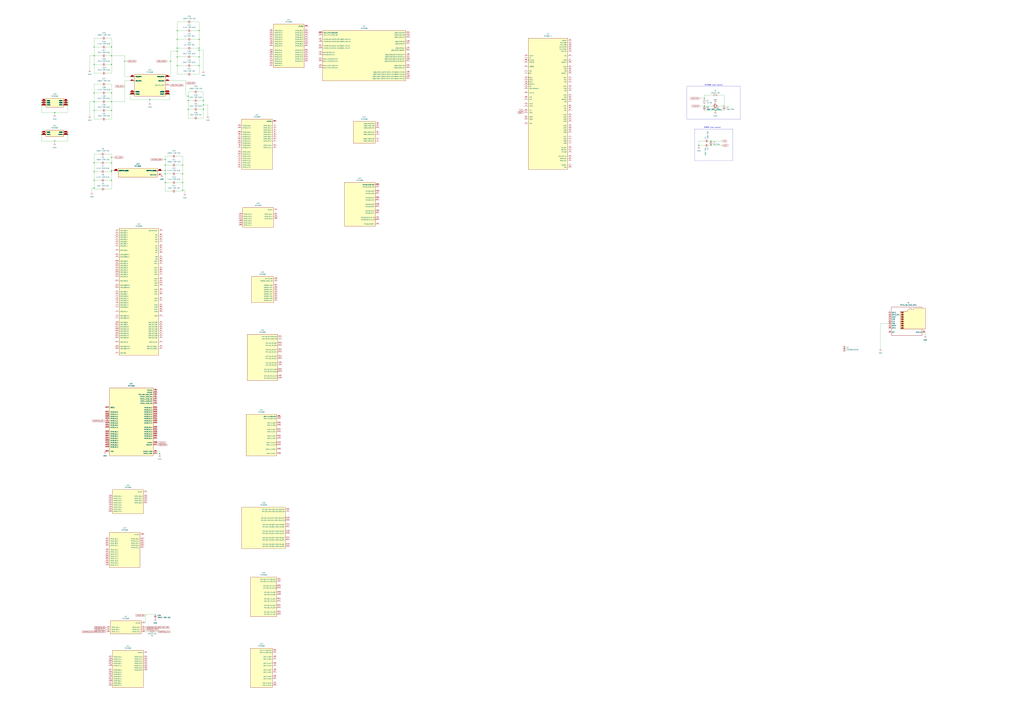
<source format=kicad_sch>
(kicad_sch (version 20250114) (generator "eeschema") (generator_version "9.0")
  (paper "A0")
  (lib_symbols
    (symbol "Connector:Micro_SD_Card_Det1"
      (property "Reference" "J" (at -16.51 17.78 0))
      (property "Value" "Micro_SD_Card_Det1" (at 16.51 17.78 0))
      (symbol "Micro_SD_Card_Det1_1_1"
        (pin bidirectional line (at -22.86 10.16 0) (length 3.81) (name "DAT2") (number "1"))
        (pin bidirectional line (at -22.86 7.62 0) (length 3.81) (name "DAT3/CD") (number "2"))
        (pin input line (at -22.86 5.08 0) (length 3.81) (name "CMD") (number "3"))
        (pin power_in line (at -22.86 2.54 0) (length 3.81) (name "VDD") (number "4"))
        (pin input line (at -22.86 0 0) (length 3.81) (name "CLK") (number "5"))
        (pin power_in line (at -22.86 -2.54 0) (length 3.81) (name "VSS") (number "6"))
        (pin bidirectional line (at -22.86 -5.08 0) (length 3.81) (name "DAT0") (number "7"))
        (pin bidirectional line (at -22.86 -7.62 0) (length 3.81) (name "DAT1") (number "8"))
        (pin passive line (at -22.86 -12.7 0) (length 3.81) (name "DET") (number "9"))
        (pin passive line (at 20.32 -12.7 180) (length 3.81) (name "SHIELD") (number "10"))
      )
    )
    (symbol "Device:C_Small" (pin_numbers (hide yes)) (pin_names (offset 0.254) (hide yes))
      (property "Reference" "C" (at 0.254 1.778 0))
      (property "Value" "C_Small" (at 0.254 -2.032 0))
      (symbol "C_Small_1_1"
        (pin passive line (at 0 2.54 270) (length 2.032) (name "~") (number "1"))
        (pin passive line (at 0 -2.54 90) (length 2.032) (name "~") (number "2"))
      )
    )
    (symbol "Device:Crystal_GND23_Small" (pin_names (offset 1.016) (hide yes))
      (property "Reference" "Y" (at 1.27 4.445 0))
      (property "Value" "Crystal_GND23_Small" (at 1.27 2.54 0))
      (symbol "Crystal_GND23_Small_1_1"
        (pin passive line (at -2.54 0 0) (length 1.27) (name "1") (number "1"))
        (pin passive line (at 0 2.54 270) (length 0.635) (name "3") (number "3"))
        (pin passive line (at 0 -2.54 90) (length 0.635) (name "2") (number "2"))
        (pin passive line (at 2.54 0 180) (length 1.27) (name "4") (number "4"))
      )
    )
    (symbol "Device:Crystal_Small" (pin_numbers (hide yes)) (pin_names (offset 1.016) (hide yes))
      (property "Reference" "Y" (at 0 2.54 0))
      (property "Value" "Crystal_Small" (at 0 -2.54 0))
      (symbol "Crystal_Small_1_1"
        (pin passive line (at -2.54 0 0) (length 1.27) (name "1") (number "1"))
        (pin passive line (at 2.54 0 180) (length 1.27) (name "2") (number "2"))
      )
    )
    (symbol "Device:R_Small" (pin_numbers (hide yes)) (pin_names (offset 0.254) (hide yes))
      (property "Reference" "R" (at 0 0 90))
      (property "Value" "R_Small" (at 1.778 0 90))
      (symbol "R_Small_1_1"
        (pin passive line (at 0 2.54 270) (length 0.762) (name "~") (number "1"))
        (pin passive line (at 0 -2.54 90) (length 0.762) (name "~") (number "2"))
      )
    )
    (symbol "Diode:ESD9B3.3ST5G" (pin_numbers (hide yes)) (pin_names (offset 1.016) (hide yes))
      (property "Reference" "D" (at 0 2.54 0))
      (property "Value" "ESD9B3.3ST5G" (at 0 -2.54 0))
      (symbol "ESD9B3.3ST5G_1_1"
        (pin passive line (at -3.81 0 0) (length 2.54) (name "A1") (number "1"))
        (pin passive line (at 3.81 0 180) (length 2.54) (name "A2") (number "2"))
      )
    )
    (symbol "RK3568:RK3568" (pin_names (offset 1.016))
      (property "Reference" "U" (at -17.78 13.462 0))
      (property "Value" "RK3568" (at -17.78 -15.24 0))
      (symbol "RK3568_1_0"
        (pin power_in line (at -22.86 10.16 0) (length 5.08) (name "VDD_CPU") (number "J15"))
        (pin power_in line (at -22.86 10.16 0) (length 5.08) (name "VDD_CPU") (number "K15"))
        (pin power_in line (at -22.86 10.16 0) (length 5.08) (name "VDD_CPU") (number "K16"))
        (pin power_in line (at -22.86 10.16 0) (length 5.08) (name "VDD_CPU") (number "K17"))
        (pin power_in line (at -22.86 10.16 0) (length 5.08) (name "VDD_CPU") (number "K18"))
        (pin power_in line (at -22.86 10.16 0) (length 5.08) (name "VDD_CPU") (number "L15"))
        (pin power_in line (at -22.86 10.16 0) (length 5.08) (name "VDD_CPU") (number "L16"))
        (pin power_in line (at -22.86 10.16 0) (length 5.08) (name "VDD_CPU") (number "L17"))
        (pin power_in line (at -22.86 10.16 0) (length 5.08) (name "VDD_CPU") (number "L18"))
        (pin power_in line (at -22.86 10.16 0) (length 5.08) (name "VDD_CPU") (number "M17"))
        (pin power_in line (at -22.86 5.08 0) (length 5.08) (name "VDD_GPU") (number "R13"))
        (pin power_in line (at -22.86 5.08 0) (length 5.08) (name "VDD_GPU") (number "T13"))
        (pin power_in line (at -22.86 5.08 0) (length 5.08) (name "VDD_GPU") (number "U11"))
        (pin power_in line (at -22.86 5.08 0) (length 5.08) (name "VDD_GPU") (number "U12"))
        (pin power_in line (at -22.86 5.08 0) (length 5.08) (name "VDD_GPU") (number "U13"))
        (pin power_in line (at -22.86 -7.62 0) (length 5.08) (name "AVSS1") (number "J27"))
        (pin power_in line (at -22.86 -7.62 0) (length 5.08) (name "AVSS1") (number "L24"))
        (pin power_in line (at -22.86 -7.62 0) (length 5.08) (name "AVSS1") (number "L26"))
        (pin power_in line (at -22.86 -7.62 0) (length 5.08) (name "AVSS1") (number "M21"))
        (pin power_in line (at -22.86 -7.62 0) (length 5.08) (name "AVSS1") (number "M26"))
        (pin power_in line (at -22.86 -7.62 0) (length 5.08) (name "AVSS1") (number "N28"))
        (pin power_in line (at -22.86 -7.62 0) (length 5.08) (name "AVSS1") (number "P21"))
        (pin power_in line (at -22.86 -7.62 0) (length 5.08) (name "AVSS1") (number "P26"))
        (pin power_in line (at -22.86 -7.62 0) (length 5.08) (name "AVSS1") (number "R23"))
        (pin power_in line (at -22.86 -7.62 0) (length 5.08) (name "AVSS1") (number "R26"))
        (pin power_in line (at -22.86 -7.62 0) (length 5.08) (name "AVSS1") (number "U23"))
        (pin power_in line (at -22.86 -7.62 0) (length 5.08) (name "AVSS1") (number "U26"))
        (pin power_in line (at -22.86 -7.62 0) (length 5.08) (name "AVSS1") (number "V14"))
        (pin power_in line (at -22.86 -7.62 0) (length 5.08) (name "AVSS1") (number "V15"))
        (pin power_in line (at -22.86 -7.62 0) (length 5.08) (name "AVSS1") (number "V16"))
        (pin power_in line (at -22.86 -10.16 0) (length 5.08) (name "AVSS2") (number "AA12"))
        (pin power_in line (at -22.86 -10.16 0) (length 5.08) (name "AVSS2") (number "AA14"))
        (pin power_in line (at -22.86 -10.16 0) (length 5.08) (name "AVSS2") (number "AA15"))
        (pin power_in line (at -22.86 -10.16 0) (length 5.08) (name "AVSS2") (number "AA17"))
        (pin power_in line (at -22.86 -10.16 0) (length 5.08) (name "AVSS2") (number "AA24"))
        (pin power_in line (at -22.86 -10.16 0) (length 5.08) (name "AVSS2") (number "AA26"))
        (pin power_in line (at -22.86 -10.16 0) (length 5.08) (name "AVSS2") (number "AB11"))
        (pin power_in line (at -22.86 -10.16 0) (length 5.08) (name "AVSS2") (number "V22"))
        (pin power_in line (at -22.86 -10.16 0) (length 5.08) (name "AVSS2") (number "V23"))
        (pin power_in line (at -22.86 -10.16 0) (length 5.08) (name "AVSS2") (number "V26"))
        (pin power_in line (at -22.86 -10.16 0) (length 5.08) (name "AVSS2") (number "W17"))
        (pin power_in line (at -22.86 -10.16 0) (length 5.08) (name "AVSS2") (number "Y18"))
        (pin power_in line (at -22.86 -10.16 0) (length 5.08) (name "AVSS2") (number "Y23"))
        (pin power_in line (at -22.86 -10.16 0) (length 5.08) (name "AVSS2") (number "Y24"))
        (pin power_in line (at -22.86 -10.16 0) (length 5.08) (name "AVSS2") (number "Y26"))
        (pin power_in line (at 22.86 10.16 180) (length 5.08) (name "VDD_LOGIC") (number "L12"))
        (pin power_in line (at 22.86 10.16 180) (length 5.08) (name "VDD_LOGIC") (number "M12"))
        (pin power_in line (at 22.86 10.16 180) (length 5.08) (name "VDD_LOGIC") (number "N13"))
        (pin power_in line (at 22.86 10.16 180) (length 5.08) (name "VDD_LOGIC") (number "N16"))
        (pin power_in line (at 22.86 10.16 180) (length 5.08) (name "VDD_LOGIC") (number "P13"))
        (pin power_in line (at 22.86 10.16 180) (length 5.08) (name "VDD_LOGIC") (number "P16"))
        (pin power_in line (at 22.86 10.16 180) (length 5.08) (name "VDD_LOGIC") (number "R12"))
        (pin power_in line (at 22.86 10.16 180) (length 5.08) (name "VDD_LOGIC") (number "R16"))
        (pin power_in line (at 22.86 10.16 180) (length 5.08) (name "VDD_LOGIC") (number "T12"))
        (pin power_in line (at 22.86 10.16 180) (length 5.08) (name "VDD_LOGIC") (number "T16"))
        (pin power_in line (at 22.86 5.08 180) (length 5.08) (name "VDD_NPU") (number "M19"))
        (pin power_in line (at 22.86 5.08 180) (length 5.08) (name "VDD_NPU") (number "N19"))
        (pin power_in line (at 22.86 5.08 180) (length 5.08) (name "VDD_NPU") (number "P18"))
        (pin power_in line (at 22.86 5.08 180) (length 5.08) (name "VDD_NPU") (number "P19"))
        (pin power_in line (at 22.86 5.08 180) (length 5.08) (name "VDD_NPU") (number "P20"))
        (pin power_in line (at 22.86 0 180) (length 5.08) (name "VDD_CPU_COM") (number "M15"))
        (pin power_in line (at 22.86 -7.62 180) (length 5.08) (name "AVSS3") (number "AB12"))
        (pin power_in line (at 22.86 -7.62 180) (length 5.08) (name "AVSS3") (number "AB14"))
        (pin power_in line (at 22.86 -7.62 180) (length 5.08) (name "AVSS3") (number "AB15"))
        (pin power_in line (at 22.86 -7.62 180) (length 5.08) (name "AVSS3") (number "AB17"))
        (pin power_in line (at 22.86 -7.62 180) (length 5.08) (name "AVSS3") (number "AC11"))
        (pin power_in line (at 22.86 -7.62 180) (length 5.08) (name "AVSS3") (number "AC12"))
        (pin power_in line (at 22.86 -7.62 180) (length 5.08) (name "AVSS3") (number "AC15"))
        (pin power_in line (at 22.86 -7.62 180) (length 5.08) (name "AVSS3") (number "AC18"))
        (pin power_in line (at 22.86 -7.62 180) (length 5.08) (name "AVSS3") (number "AC25"))
        (pin power_in line (at 22.86 -7.62 180) (length 5.08) (name "AVSS3") (number "AC26"))
        (pin power_in line (at 22.86 -7.62 180) (length 5.08) (name "AVSS3") (number "AC9"))
        (pin power_in line (at 22.86 -7.62 180) (length 5.08) (name "AVSS3") (number "AD26"))
        (pin power_in line (at 22.86 -7.62 180) (length 5.08) (name "AVSS3") (number "AE14"))
        (pin power_in line (at 22.86 -7.62 180) (length 5.08) (name "AVSS3") (number "AE17"))
        (pin power_in line (at 22.86 -7.62 180) (length 5.08) (name "AVSS3") (number "AE20"))
        (pin power_in line (at 22.86 -10.16 180) (length 5.08) (name "AVSS4") (number "AE27"))
        (pin power_in line (at 22.86 -10.16 180) (length 5.08) (name "AVSS4") (number "AE28"))
        (pin power_in line (at 22.86 -10.16 180) (length 5.08) (name "AVSS4") (number "AF11"))
        (pin power_in line (at 22.86 -10.16 180) (length 5.08) (name "AVSS4") (number "AF12"))
        (pin power_in line (at 22.86 -10.16 180) (length 5.08) (name "AVSS4") (number "AF14"))
        (pin power_in line (at 22.86 -10.16 180) (length 5.08) (name "AVSS4") (number "AF15"))
        (pin power_in line (at 22.86 -10.16 180) (length 5.08) (name "AVSS4") (number "AF17"))
        (pin power_in line (at 22.86 -10.16 180) (length 5.08) (name "AVSS4") (number "AF18"))
        (pin power_in line (at 22.86 -10.16 180) (length 5.08) (name "AVSS4") (number "AF20"))
        (pin power_in line (at 22.86 -10.16 180) (length 5.08) (name "AVSS4") (number "AF21"))
        (pin power_in line (at 22.86 -10.16 180) (length 5.08) (name "AVSS4") (number "AF9"))
        (pin power_in line (at 22.86 -10.16 180) (length 5.08) (name "AVSS4") (number "AG18"))
        (pin power_in line (at 22.86 -10.16 180) (length 5.08) (name "AVSS4") (number "AH18"))
        (pin power_in line (at 22.86 -10.16 180) (length 5.08) (name "AVSS4") (number "AH23"))
      )
      (symbol "RK3568_2_0"
        (pin power_in line (at -15.24 2.54 0) (length 5.08) (name "VSS1") (number "A1"))
        (pin power_in line (at -15.24 2.54 0) (length 5.08) (name "VSS1") (number "A10"))
        (pin power_in line (at -15.24 2.54 0) (length 5.08) (name "VSS1") (number "A14"))
        (pin power_in line (at -15.24 2.54 0) (length 5.08) (name "VSS1") (number "A18"))
        (pin power_in line (at -15.24 2.54 0) (length 5.08) (name "VSS1") (number "A28"))
        (pin power_in line (at -15.24 2.54 0) (length 5.08) (name "VSS1") (number "A3"))
        (pin power_in line (at -15.24 2.54 0) (length 5.08) (name "VSS1") (number "A6"))
        (pin power_in line (at -15.24 2.54 0) (length 5.08) (name "VSS1") (number "B12"))
        (pin power_in line (at -15.24 2.54 0) (length 5.08) (name "VSS1") (number "B16"))
        (pin power_in line (at -15.24 2.54 0) (length 5.08) (name "VSS1") (number "B23"))
        (pin power_in line (at -15.24 2.54 0) (length 5.08) (name "VSS1") (number "B26"))
        (pin power_in line (at -15.24 2.54 0) (length 5.08) (name "VSS1") (number "B5"))
        (pin power_in line (at -15.24 2.54 0) (length 5.08) (name "VSS1") (number "B9"))
        (pin power_in line (at -15.24 2.54 0) (length 5.08) (name "VSS1") (number "C3"))
        (pin power_in line (at -15.24 2.54 0) (length 5.08) (name "VSS1") (number "C6"))
        (pin power_in line (at -15.24 0 0) (length 5.08) (name "VSS2") (number "C11"))
        (pin power_in line (at -15.24 0 0) (length 5.08) (name "VSS2") (number "C12"))
        (pin power_in line (at -15.24 0 0) (length 5.08) (name "VSS2") (number "C14"))
        (pin power_in line (at -15.24 0 0) (length 5.08) (name "VSS2") (number "C15"))
        (pin power_in line (at -15.24 0 0) (length 5.08) (name "VSS2") (number "C17"))
        (pin power_in line (at -15.24 0 0) (length 5.08) (name "VSS2") (number "C18"))
        (pin power_in line (at -15.24 0 0) (length 5.08) (name "VSS2") (number "C25"))
        (pin power_in line (at -15.24 0 0) (length 5.08) (name "VSS2") (number "C8"))
        (pin power_in line (at -15.24 0 0) (length 5.08) (name "VSS2") (number "C9"))
        (pin power_in line (at -15.24 0 0) (length 5.08) (name "VSS2") (number "D11"))
        (pin power_in line (at -15.24 0 0) (length 5.08) (name "VSS2") (number "D2"))
        (pin power_in line (at -15.24 0 0) (length 5.08) (name "VSS2") (number "D28"))
        (pin power_in line (at -15.24 0 0) (length 5.08) (name "VSS2") (number "D3"))
        (pin power_in line (at -15.24 0 0) (length 5.08) (name "VSS2") (number "E3"))
        (pin power_in line (at -15.24 0 0) (length 5.08) (name "VSS2") (number "E7"))
        (pin power_in line (at -15.24 -2.54 0) (length 5.08) (name "VSS3") (number "F1"))
        (pin power_in line (at -15.24 -2.54 0) (length 5.08) (name "VSS3") (number "F12"))
        (pin power_in line (at -15.24 -2.54 0) (length 5.08) (name "VSS3") (number "F14"))
        (pin power_in line (at -15.24 -2.54 0) (length 5.08) (name "VSS3") (number "F15"))
        (pin power_in line (at -15.24 -2.54 0) (length 5.08) (name "VSS3") (number "F17"))
        (pin power_in line (at -15.24 -2.54 0) (length 5.08) (name "VSS3") (number "F3"))
        (pin power_in line (at -15.24 -2.54 0) (length 5.08) (name "VSS3") (number "F9"))
        (pin power_in line (at -15.24 -2.54 0) (length 5.08) (name "VSS3") (number "G11"))
        (pin power_in line (at -15.24 -2.54 0) (length 5.08) (name "VSS3") (number "G12"))
        (pin power_in line (at -15.24 -2.54 0) (length 5.08) (name "VSS3") (number "G14"))
        (pin power_in line (at -15.24 -2.54 0) (length 5.08) (name "VSS3") (number "G15"))
        (pin power_in line (at -15.24 -2.54 0) (length 5.08) (name "VSS3") (number "G5"))
        (pin power_in line (at -15.24 -2.54 0) (length 5.08) (name "VSS3") (number "G6"))
        (pin power_in line (at -15.24 -2.54 0) (length 5.08) (name "VSS3") (number "G8"))
        (pin power_in line (at -15.24 -2.54 0) (length 5.08) (name "VSS3") (number "G9"))
        (pin power_in line (at 15.24 2.54 180) (length 5.08) (name "VSS4") (number "G17"))
        (pin power_in line (at 15.24 2.54 180) (length 5.08) (name "VSS4") (number "G18"))
        (pin power_in line (at 15.24 2.54 180) (length 5.08) (name "VSS4") (number "G24"))
        (pin power_in line (at 15.24 2.54 180) (length 5.08) (name "VSS4") (number "H2"))
        (pin power_in line (at 15.24 2.54 180) (length 5.08) (name "VSS4") (number "H3"))
        (pin power_in line (at 15.24 2.54 180) (length 5.08) (name "VSS4") (number "H6"))
        (pin power_in line (at 15.24 2.54 180) (length 5.08) (name "VSS4") (number "J17"))
        (pin power_in line (at 15.24 2.54 180) (length 5.08) (name "VSS4") (number "J18"))
        (pin power_in line (at 15.24 2.54 180) (length 5.08) (name "VSS4") (number "J20"))
        (pin power_in line (at 15.24 2.54 180) (length 5.08) (name "VSS4") (number "J22"))
        (pin power_in line (at 15.24 2.54 180) (length 5.08) (name "VSS4") (number "J26"))
        (pin power_in line (at 15.24 2.54 180) (length 5.08) (name "VSS4") (number "J3"))
        (pin power_in line (at 15.24 2.54 180) (length 5.08) (name "VSS4") (number "J5"))
        (pin power_in line (at 15.24 2.54 180) (length 5.08) (name "VSS4") (number "K1"))
        (pin power_in line (at 15.24 2.54 180) (length 5.08) (name "VSS4") (number "K11"))
        (pin power_in line (at 15.24 0 180) (length 5.08) (name "VSS5") (number "K12"))
        (pin power_in line (at 15.24 0 180) (length 5.08) (name "VSS5") (number "K13"))
        (pin power_in line (at 15.24 0 180) (length 5.08) (name "VSS5") (number "K14"))
        (pin power_in line (at 15.24 0 180) (length 5.08) (name "VSS5") (number "K19"))
        (pin power_in line (at 15.24 0 180) (length 5.08) (name "VSS5") (number "L11"))
        (pin power_in line (at 15.24 0 180) (length 5.08) (name "VSS5") (number "L13"))
        (pin power_in line (at 15.24 0 180) (length 5.08) (name "VSS5") (number "L14"))
        (pin power_in line (at 15.24 0 180) (length 5.08) (name "VSS5") (number "L19"))
        (pin power_in line (at 15.24 0 180) (length 5.08) (name "VSS5") (number "L20"))
        (pin power_in line (at 15.24 0 180) (length 5.08) (name "VSS5") (number "L21"))
        (pin power_in line (at 15.24 0 180) (length 5.08) (name "VSS5") (number "L3"))
        (pin power_in line (at 15.24 0 180) (length 5.08) (name "VSS5") (number "L5"))
        (pin power_in line (at 15.24 0 180) (length 5.08) (name "VSS5") (number "L8"))
        (pin power_in line (at 15.24 0 180) (length 5.08) (name "VSS5") (number "M2"))
        (pin power_in line (at 15.24 0 180) (length 5.08) (name "VSS5") (number "M3"))
        (pin power_in line (at 15.24 -2.54 180) (length 5.08) (name "VSS6") (number "M11"))
        (pin power_in line (at 15.24 -2.54 180) (length 5.08) (name "VSS6") (number "M13"))
        (pin power_in line (at 15.24 -2.54 180) (length 5.08) (name "VSS6") (number "M14"))
        (pin power_in line (at 15.24 -2.54 180) (length 5.08) (name "VSS6") (number "M16"))
        (pin power_in line (at 15.24 -2.54 180) (length 5.08) (name "VSS6") (number "M18"))
        (pin power_in line (at 15.24 -2.54 180) (length 5.08) (name "VSS6") (number "M6"))
        (pin power_in line (at 15.24 -2.54 180) (length 5.08) (name "VSS6") (number "M8"))
        (pin power_in line (at 15.24 -2.54 180) (length 5.08) (name "VSS6") (number "N1"))
        (pin power_in line (at 15.24 -2.54 180) (length 5.08) (name "VSS6") (number "N12"))
        (pin power_in line (at 15.24 -2.54 180) (length 5.08) (name "VSS6") (number "N14"))
        (pin power_in line (at 15.24 -2.54 180) (length 5.08) (name "VSS6") (number "N15"))
        (pin power_in line (at 15.24 -2.54 180) (length 5.08) (name "VSS6") (number "N17"))
        (pin power_in line (at 15.24 -2.54 180) (length 5.08) (name "VSS6") (number "N18"))
        (pin power_in line (at 15.24 -2.54 180) (length 5.08) (name "VSS6") (number "P3"))
        (pin power_in line (at 15.24 -2.54 180) (length 5.08) (name "VSS6") (number "P6"))
      )
      (symbol "RK3568_3_0"
        (pin power_in line (at -15.24 0 0) (length 5.08) (name "VSS7") (number "P12"))
        (pin power_in line (at -15.24 0 0) (length 5.08) (name "VSS7") (number "P14"))
        (pin power_in line (at -15.24 0 0) (length 5.08) (name "VSS7") (number "P15"))
        (pin power_in line (at -15.24 0 0) (length 5.08) (name "VSS7") (number "P17"))
        (pin power_in line (at -15.24 0 0) (length 5.08) (name "VSS7") (number "R10"))
        (pin power_in line (at -15.24 0 0) (length 5.08) (name "VSS7") (number "R11"))
        (pin power_in line (at -15.24 0 0) (length 5.08) (name "VSS7") (number "R14"))
        (pin power_in line (at -15.24 0 0) (length 5.08) (name "VSS7") (number "R15"))
        (pin power_in line (at -15.24 0 0) (length 5.08) (name "VSS7") (number "R17"))
        (pin power_in line (at -15.24 0 0) (length 5.08) (name "VSS7") (number "R18"))
        (pin power_in line (at -15.24 0 0) (length 5.08) (name "VSS7") (number "R19"))
        (pin power_in line (at -15.24 0 0) (length 5.08) (name "VSS7") (number "R3"))
        (pin power_in line (at -15.24 0 0) (length 5.08) (name "VSS7") (number "R6"))
        (pin power_in line (at -15.24 0 0) (length 5.08) (name "VSS7") (number "T10"))
        (pin power_in line (at -15.24 0 0) (length 5.08) (name "VSS7") (number "T11"))
        (pin power_in line (at -15.24 -2.54 0) (length 5.08) (name "VSS8") (number "T14"))
        (pin power_in line (at -15.24 -2.54 0) (length 5.08) (name "VSS8") (number "T15"))
        (pin power_in line (at -15.24 -2.54 0) (length 5.08) (name "VSS8") (number "T17"))
        (pin power_in line (at -15.24 -2.54 0) (length 5.08) (name "VSS8") (number "T18"))
        (pin power_in line (at -15.24 -2.54 0) (length 5.08) (name "VSS8") (number "T19"))
        (pin power_in line (at -15.24 -2.54 0) (length 5.08) (name "VSS8") (number "U1"))
        (pin power_in line (at -15.24 -2.54 0) (length 5.08) (name "VSS8") (number "U10"))
        (pin power_in line (at -15.24 -2.54 0) (length 5.08) (name "VSS8") (number "U14"))
        (pin power_in line (at -15.24 -2.54 0) (length 5.08) (name "VSS8") (number "U15"))
        (pin power_in line (at -15.24 -2.54 0) (length 5.08) (name "VSS8") (number "U16"))
        (pin power_in line (at -15.24 -2.54 0) (length 5.08) (name "VSS8") (number "U17"))
        (pin power_in line (at -15.24 -2.54 0) (length 5.08) (name "VSS8") (number "U18"))
        (pin power_in line (at -15.24 -2.54 0) (length 5.08) (name "VSS8") (number "U6"))
        (pin power_in line (at -15.24 -2.54 0) (length 5.08) (name "VSS8") (number "U7"))
        (pin power_in line (at -15.24 -2.54 0) (length 5.08) (name "VSS8") (number "U8"))
        (pin power_in line (at 15.24 0 180) (length 5.08) (name "VSS9") (number "AA23"))
        (pin power_in line (at 15.24 0 180) (length 5.08) (name "VSS9") (number "AA4"))
        (pin power_in line (at 15.24 0 180) (length 5.08) (name "VSS9") (number "AA9"))
        (pin power_in line (at 15.24 0 180) (length 5.08) (name "VSS9") (number "V13"))
        (pin power_in line (at 15.24 0 180) (length 5.08) (name "VSS9") (number "V3"))
        (pin power_in line (at 15.24 0 180) (length 5.08) (name "VSS9") (number "V8"))
        (pin power_in line (at 15.24 0 180) (length 5.08) (name "VSS9") (number "V9"))
        (pin power_in line (at 15.24 0 180) (length 5.08) (name "VSS9") (number "W10"))
        (pin power_in line (at 15.24 0 180) (length 5.08) (name "VSS9") (number "W11"))
        (pin power_in line (at 15.24 0 180) (length 5.08) (name "VSS9") (number "W12"))
        (pin power_in line (at 15.24 0 180) (length 5.08) (name "VSS9") (number "W13"))
        (pin power_in line (at 15.24 0 180) (length 5.08) (name "VSS9") (number "Y11"))
        (pin power_in line (at 15.24 0 180) (length 5.08) (name "VSS9") (number "Y12"))
        (pin power_in line (at 15.24 0 180) (length 5.08) (name "VSS9") (number "Y8"))
        (pin power_in line (at 15.24 0 180) (length 5.08) (name "VSS9") (number "Y9"))
        (pin power_in line (at 15.24 -2.54 180) (length 5.08) (name "VSS10") (number "AB2"))
        (pin power_in line (at 15.24 -2.54 180) (length 5.08) (name "VSS10") (number "AB6"))
        (pin power_in line (at 15.24 -2.54 180) (length 5.08) (name "VSS10") (number "AD3"))
        (pin power_in line (at 15.24 -2.54 180) (length 5.08) (name "VSS10") (number "AE21"))
        (pin power_in line (at 15.24 -2.54 180) (length 5.08) (name "VSS10") (number "AE6"))
        (pin power_in line (at 15.24 -2.54 180) (length 5.08) (name "VSS10") (number "AF26"))
        (pin power_in line (at 15.24 -2.54 180) (length 5.08) (name "VSS10") (number "AF3"))
        (pin power_in line (at 15.24 -2.54 180) (length 5.08) (name "VSS10") (number "AG5"))
        (pin power_in line (at 15.24 -2.54 180) (length 5.08) (name "VSS10") (number "AH1"))
        (pin power_in line (at 15.24 -2.54 180) (length 5.08) (name "VSS10") (number "AH28"))
        (pin power_in line (at 15.24 -2.54 180) (length 5.08) (name "VSS10") (number "AH8"))
      )
      (symbol "RK3568_4_0"
        (pin power_in line (at -27.94 2.54 0) (length 5.08) (name "DDRPHY_VDDQ") (number "H11"))
        (pin power_in line (at -27.94 2.54 0) (length 5.08) (name "DDRPHY_VDDQ") (number "H12"))
        (pin power_in line (at -27.94 2.54 0) (length 5.08) (name "DDRPHY_VDDQ") (number "H14"))
        (pin power_in line (at -27.94 2.54 0) (length 5.08) (name "DDRPHY_VDDQ") (number "H15"))
        (pin power_in line (at -27.94 2.54 0) (length 5.08) (name "DDRPHY_VDDQ") (number "H9"))
        (pin power_in line (at -27.94 2.54 0) (length 5.08) (name "DDRPHY_VDDQ") (number "J9"))
        (pin power_in line (at -27.94 2.54 0) (length 5.08) (name "DDRPHY_VDDQ") (number "L9"))
        (pin power_in line (at -27.94 2.54 0) (length 5.08) (name "DDRPHY_VDDQ") (number "M9"))
        (pin power_in line (at 27.94 2.54 180) (length 5.08) (name "DDRPHY_VDDQL") (number "J11"))
        (pin power_in line (at 27.94 2.54 180) (length 5.08) (name "DDRPHY_VDDQL") (number "J12"))
        (pin power_in line (at 27.94 2.54 180) (length 5.08) (name "DDRPHY_VDDQL") (number "J14"))
        (pin power_in line (at 27.94 2.54 180) (length 5.08) (name "DDRPHY_VDDQL") (number "K10"))
        (pin power_in line (at 27.94 2.54 180) (length 5.08) (name "DDRPHY_VDDQL") (number "L10"))
        (pin power_in line (at 27.94 2.54 180) (length 5.08) (name "DDRPHY_VDDQL") (number "M10"))
        (pin power_in line (at 27.94 -2.54 180) (length 5.08) (name "DDR_AVSS") (number "J8"))
      )
      (symbol "RK3568_5_0"
        (pin bidirectional line (at -27.94 71.12 0) (length 5.08) (name "DDR_DQ0_A") (number "F2"))
        (pin bidirectional line (at -27.94 68.58 0) (length 5.08) (name "DDR_DQ1_A") (number "E1"))
        (pin bidirectional line (at -27.94 66.04 0) (length 5.08) (name "DDR_DQ2_A") (number "E2"))
        (pin bidirectional line (at -27.94 63.5 0) (length 5.08) (name "DDR_DQ3_A") (number "D1"))
        (pin bidirectional line (at -27.94 60.96 0) (length 5.08) (name "DDR_DQ4_A") (number "J1"))
        (pin bidirectional line (at -27.94 58.42 0) (length 5.08) (name "DDR_DQ5_A") (number "J2"))
        (pin bidirectional line (at -27.94 55.88 0) (length 5.08) (name "DDR_DQ6_A") (number "H1"))
        (pin bidirectional line (at -27.94 53.34 0) (length 5.08) (name "DDR_DQ7_A") (number "H4"))
        (pin bidirectional line (at -27.94 48.26 0) (length 5.08) (name "DDR_DM0_A") (number "H5"))
        (pin bidirectional line (at -27.94 43.18 0) (length 5.08) (name "DDR_DQS0P_A") (number "G1"))
        (pin bidirectional line (at -27.94 40.64 0) (length 5.08) (name "DDR_DQS0N_A") (number "G2"))
        (pin bidirectional line (at -27.94 35.56 0) (length 5.08) (name "DDR_DQ0_B") (number "B10"))
        (pin bidirectional line (at -27.94 33.02 0) (length 5.08) (name "DDR_DQ1_B") (number "A9"))
        (pin bidirectional line (at -27.94 30.48 0) (length 5.08) (name "DDR_DQ2_B") (number "D12"))
        (pin bidirectional line (at -27.94 27.94 0) (length 5.08) (name "DDR_DQ3_B") (number "E12"))
        (pin bidirectional line (at -27.94 25.4 0) (length 5.08) (name "DDR_DQ4_B") (number "A12"))
        (pin bidirectional line (at -27.94 22.86 0) (length 5.08) (name "DDR_DQ5_B") (number "D15"))
        (pin bidirectional line (at -27.94 20.32 0) (length 5.08) (name "DDR_DQ6_B") (number "E15"))
        (pin bidirectional line (at -27.94 17.78 0) (length 5.08) (name "DDR_DQ7_B") (number "E14"))
        (pin bidirectional line (at -27.94 12.7 0) (length 5.08) (name "DDR_DM0_B") (number "D14"))
        (pin bidirectional line (at -27.94 7.62 0) (length 5.08) (name "DDR_DQS0P_B") (number "A11"))
        (pin bidirectional line (at -27.94 5.08 0) (length 5.08) (name "DDR_DQS0N_B") (number "B11"))
        (pin bidirectional line (at -27.94 0 0) (length 5.08) (name "DDR_DQ8_A") (number "M1"))
        (pin bidirectional line (at -27.94 -2.54 0) (length 5.08) (name "DDR_DQ9_A") (number "N2"))
        (pin bidirectional line (at -27.94 -5.08 0) (length 5.08) (name "DDR_DQ10_A") (number "L7"))
        (pin bidirectional line (at -27.94 -7.62 0) (length 5.08) (name "DDR_DQ11_A") (number "L6"))
        (pin bidirectional line (at -27.94 -10.16 0) (length 5.08) (name "DDR_DQ12_A") (number "K2"))
        (pin bidirectional line (at -27.94 -12.7 0) (length 5.08) (name "DDR_DQ13_A") (number "J6"))
        (pin bidirectional line (at -27.94 -15.24 0) (length 5.08) (name "DDR_DQ14_A") (number "J7"))
        (pin bidirectional line (at -27.94 -17.78 0) (length 5.08) (name "DDR_DQ15_A") (number "L4"))
        (pin bidirectional line (at -27.94 -22.86 0) (length 5.08) (name "DDR_DM1_A") (number "J4"))
        (pin bidirectional line (at -27.94 -27.94 0) (length 5.08) (name "DDR_DQS1P_A") (number "L2"))
        (pin bidirectional line (at -27.94 -30.48 0) (length 5.08) (name "DDR_DQS1N_A") (number "L1"))
        (pin bidirectional line (at -27.94 -35.56 0) (length 5.08) (name "DDR_DQ8_B") (number "A16"))
        (pin bidirectional line (at -27.94 -38.1 0) (length 5.08) (name "DDR_DQ9_B") (number "B17"))
        (pin bidirectional line (at -27.94 -40.64 0) (length 5.08) (name "DDR_DQ10_B") (number "A17"))
        (pin bidirectional line (at -27.94 -43.18 0) (length 5.08) (name "DDR_DQ11_B") (number "B18"))
        (pin bidirectional line (at -27.94 -45.72 0) (length 5.08) (name "DDR_DQ12_B") (number "B13"))
        (pin bidirectional line (at -27.94 -48.26 0) (length 5.08) (name "DDR_DQ13_B") (number "A13"))
        (pin bidirectional line (at -27.94 -50.8 0) (length 5.08) (name "DDR_DQ14_B") (number "D17"))
        (pin bidirectional line (at -27.94 -53.34 0) (length 5.08) (name "DDR_DQ15_B") (number "B14"))
        (pin bidirectional line (at -27.94 -58.42 0) (length 5.08) (name "DDR_DM1_B") (number "E17"))
        (pin bidirectional line (at -27.94 -63.5 0) (length 5.08) (name "DDR_DQS1N_B") (number "A15"))
        (pin bidirectional line (at -27.94 -66.04 0) (length 5.08) (name "DDR_DQS1P_B") (number "B15"))
        (pin passive line (at -27.94 -71.12 0) (length 5.08) (name "DDR_RZQ") (number "H7"))
        (pin output line (at 27.94 71.12 180) (length 5.08) (name "DDR_VREFOUT") (number "P8"))
        (pin output line (at 27.94 66.04 180) (length 5.08) (name "AC0") (number "B6"))
        (pin output line (at 27.94 63.5 180) (length 5.08) (name "AC1") (number "F5"))
        (pin output line (at 27.94 60.96 180) (length 5.08) (name "AC2") (number "B1"))
        (pin output line (at 27.94 58.42 180) (length 5.08) (name "AC3") (number "F4"))
        (pin output line (at 27.94 53.34 180) (length 5.08) (name "AC4") (number "D9"))
        (pin output line (at 27.94 50.8 180) (length 5.08) (name "AC5") (number "B7"))
        (pin output line (at 27.94 48.26 180) (length 5.08) (name "AC6") (number "A7"))
        (pin output line (at 27.94 45.72 180) (length 5.08) (name "AC7") (number "A8"))
        (pin output line (at 27.94 40.64 180) (length 5.08) (name "AC8") (number "C1"))
        (pin output line (at 27.94 38.1 180) (length 5.08) (name "AC9") (number "A5"))
        (pin output line (at 27.94 35.56 180) (length 5.08) (name "AC10") (number "D6"))
        (pin output line (at 27.94 33.02 180) (length 5.08) (name "AC11") (number "C2"))
        (pin output line (at 27.94 27.94 180) (length 5.08) (name "AC12") (number "C4"))
        (pin output line (at 27.94 25.4 180) (length 5.08) (name "AC13") (number "B8"))
        (pin output line (at 27.94 22.86 180) (length 5.08) (name "AC14") (number "C5"))
        (pin output line (at 27.94 20.32 180) (length 5.08) (name "AC15") (number "E4"))
        (pin output line (at 27.94 15.24 180) (length 5.08) (name "AC16") (number "D5"))
        (pin output line (at 27.94 12.7 180) (length 5.08) (name "AC17") (number "E6"))
        (pin output line (at 27.94 10.16 180) (length 5.08) (name "AC18") (number "E11"))
        (pin output line (at 27.94 7.62 180) (length 5.08) (name "AC19") (number "E9"))
        (pin output line (at 27.94 2.54 180) (length 5.08) (name "AC20") (number "F8"))
        (pin output line (at 27.94 0 180) (length 5.08) (name "AC21") (number "F7"))
        (pin output line (at 27.94 -2.54 180) (length 5.08) (name "AC22") (number "B3"))
        (pin output line (at 27.94 -7.62 180) (length 5.08) (name "AC23") (number "B4"))
        (pin output line (at 27.94 -10.16 180) (length 5.08) (name "AC24") (number "A4"))
        (pin output line (at 27.94 -15.24 180) (length 5.08) (name "AC25") (number "A2"))
        (pin output line (at 27.94 -17.78 180) (length 5.08) (name "AC26") (number "B2"))
        (pin output line (at 27.94 -20.32 180) (length 5.08) (name "AC27") (number "E8"))
        (pin output line (at 27.94 -22.86 180) (length 5.08) (name "AC28") (number "D8"))
        (pin output line (at 27.94 -27.94 180) (length 5.08) (name "AC29") (number "F11"))
        (pin bidirectional line (at 27.94 -35.56 180) (length 5.08) (name "DDR_ECC_DQ0") (number "P5"))
        (pin bidirectional line (at 27.94 -38.1 180) (length 5.08) (name "DDR_ECC_DQ1") (number "M4"))
        (pin bidirectional line (at 27.94 -40.64 180) (length 5.08) (name "DDR_ECC_DQ2") (number "M5"))
        (pin bidirectional line (at 27.94 -43.18 180) (length 5.08) (name "DDR_ECC_DQ3") (number "R5"))
        (pin bidirectional line (at 27.94 -45.72 180) (length 5.08) (name "DDR_ECC_DQ4") (number "M7"))
        (pin bidirectional line (at 27.94 -48.26 180) (length 5.08) (name "DDR_ECC_DQ5") (number "R7"))
        (pin bidirectional line (at 27.94 -50.8 180) (length 5.08) (name "DDR_ECC_DQ6") (number "P4"))
        (pin bidirectional line (at 27.94 -53.34 180) (length 5.08) (name "DDR_ECC_DQ7") (number "R4"))
        (pin bidirectional line (at 27.94 -58.42 180) (length 5.08) (name "DDR_ECC_DM") (number "P7"))
        (pin bidirectional line (at 27.94 -63.5 180) (length 5.08) (name "DDR_ECC_DQS_P") (number "P2"))
        (pin bidirectional line (at 27.94 -66.04 180) (length 5.08) (name "DDR_ECC_DQS_N") (number "P1"))
      )
      (symbol "RK3568_6_0"
        (pin input line (at -30.48 15.24 0) (length 5.08) (name "~{POR_U}") (number "AH27"))
        (pin bidirectional line (at -30.48 10.16 0) (length 5.08) (name "GPIO0_A0_D") (number "AG27"))
        (pin bidirectional line (at -30.48 7.62 0) (length 5.08) (name "GPIO0_A1_Z") (number "AG26"))
        (pin bidirectional line (at -30.48 5.08 0) (length 5.08) (name "GPIO0_A2_D") (number "AG28"))
        (pin bidirectional line (at -30.48 2.54 0) (length 5.08) (name "GPIO0_A3_U") (number "AA22"))
        (pin bidirectional line (at -30.48 0 0) (length 5.08) (name "GPIO0_A4_U") (number "Y22"))
        (pin bidirectional line (at -30.48 -2.54 0) (length 5.08) (name "GPIO0_A5_D") (number "AF25"))
        (pin bidirectional line (at -30.48 -5.08 0) (length 5.08) (name "GPIO0_A6_D") (number "AE24"))
        (pin bidirectional line (at -30.48 -7.62 0) (length 5.08) (name "GPIO0_A7_U") (number "AG25"))
        (pin bidirectional line (at -30.48 -12.7 0) (length 5.08) (name "GPIO0_B0_U") (number "AD23"))
        (pin bidirectional line (at -30.48 -15.24 0) (length 5.08) (name "GPIO0_B1_U") (number "AF24"))
        (pin bidirectional line (at -30.48 -17.78 0) (length 5.08) (name "GPIO0_B2_U") (number "AB21"))
        (pin bidirectional line (at -30.48 -20.32 0) (length 5.08) (name "GPIO0_B3_U") (number "AG24"))
        (pin bidirectional line (at -30.48 -22.86 0) (length 5.08) (name "GPIO0_B4_U") (number "AB20"))
        (pin bidirectional line (at -30.48 -25.4 0) (length 5.08) (name "GPIO0_B5_U") (number "AC22"))
        (pin bidirectional line (at -30.48 -27.94 0) (length 5.08) (name "GPIO0_B6_U") (number "AA20"))
        (pin bidirectional line (at -30.48 -30.48 0) (length 5.08) (name "GPIO0_B7_D") (number "AH26"))
        (pin input line (at -30.48 -35.56 0) (length 5.08) (name "TVSS") (number "AB24"))
        (pin power_in line (at 30.48 35.56 180) (length 5.08) (name "PMUIO1") (number "Y20"))
        (pin power_in line (at 30.48 33.02 180) (length 5.08) (name "PMUIO2") (number "W19"))
        (pin power_in line (at 30.48 30.48 180) (length 5.08) (name "PMU_VDD_LOGIC_0V9") (number "V19"))
        (pin power_in line (at 30.48 27.94 180) (length 5.08) (name "PMUPLL_AVDD_0V9") (number "V21"))
        (pin power_in line (at 30.48 25.4 180) (length 5.08) (name "PMUPLL_AVDD_1V8") (number "Y21"))
        (pin power_in line (at 30.48 22.86 180) (length 5.08) (name "SYSPLL_AVDD_0V9") (number "P11"))
        (pin power_in line (at 30.48 20.32 180) (length 5.08) (name "SYSPLL_AVDD_1V8") (number "N10"))
        (pin bidirectional line (at 30.48 15.24 180) (length 5.08) (name "GPIO0_C0_D") (number "AD22"))
        (pin bidirectional line (at 30.48 12.7 180) (length 5.08) (name "GPIO0_C1_D") (number "AF23"))
        (pin bidirectional line (at 30.48 10.16 180) (length 5.08) (name "GPIO0_C2_D") (number "AG23"))
        (pin bidirectional line (at 30.48 7.62 180) (length 5.08) (name "GPIO0_C3_D") (number "AE23"))
        (pin bidirectional line (at 30.48 5.08 180) (length 5.08) (name "GPIO0_C4_D") (number "AD21"))
        (pin bidirectional line (at 30.48 2.54 180) (length 5.08) (name "GPIO0_C5_D") (number "AC21"))
        (pin bidirectional line (at 30.48 0 180) (length 5.08) (name "GPIO0_C6_D") (number "AD20"))
        (pin bidirectional line (at 30.48 -2.54 180) (length 5.08) (name "GPIO0_C7_D") (number "AH25"))
        (pin bidirectional line (at 30.48 -7.62 180) (length 5.08) (name "GPIO0_D0_U") (number "AC20"))
        (pin bidirectional line (at 30.48 -10.16 180) (length 5.08) (name "GPIO0_D1_U") (number "AH24"))
        (pin bidirectional line (at 30.48 -12.7 180) (length 5.08) (name "GPIO0_D3_D") (number "AE26"))
        (pin bidirectional line (at 30.48 -15.24 180) (length 5.08) (name "GPIO0_D4_D") (number "AB23"))
        (pin bidirectional line (at 30.48 -17.78 180) (length 5.08) (name "GPIO0_D5_D") (number "AD25"))
        (pin bidirectional line (at 30.48 -20.32 180) (length 5.08) (name "GPIO0_D6_D") (number "AC24"))
        (pin input line (at 30.48 -25.4 180) (length 5.08) (name "XIN24M") (number "AF28"))
        (pin output line (at 30.48 -27.94 180) (length 5.08) (name "XOUT24M") (number "AF27"))
        (pin power_in line (at 30.48 -35.56 180) (length 5.08) (name "PMUPLL_AVSS") (number "V20"))
        (pin power_in line (at 30.48 -38.1 180) (length 5.08) (name "SYSPLL_AVSS") (number "N11"))
      )
      (symbol "RK3568_7_0"
        (pin bidirectional line (at -22.86 7.62 0) (length 5.08) (name "GPIO1_A0_U") (number "D18"))
        (pin bidirectional line (at -22.86 5.08 0) (length 5.08) (name "GPIO1_A1_U") (number "E18"))
        (pin bidirectional line (at -22.86 2.54 0) (length 5.08) (name "GPIO1_A2_D") (number "A19"))
        (pin bidirectional line (at -22.86 0 0) (length 5.08) (name "GPIO1_A3_D") (number "B19"))
        (pin bidirectional line (at -22.86 -2.54 0) (length 5.08) (name "GPIO1_A4_D") (number "F18"))
        (pin bidirectional line (at -22.86 -5.08 0) (length 5.08) (name "GPIO1_A5_D") (number "A20"))
        (pin bidirectional line (at -22.86 -7.62 0) (length 5.08) (name "GPIO1_A6_D") (number "C20"))
        (pin bidirectional line (at -22.86 -10.16 0) (length 5.08) (name "GPIO1_A7_D") (number "B20"))
        (pin power_in line (at 22.86 12.7 180) (length 5.08) (name "VCCIO1") (number "H17"))
        (pin bidirectional line (at 22.86 7.62 180) (length 5.08) (name "GPIO1_B0_D") (number "D20"))
        (pin bidirectional line (at 22.86 5.08 180) (length 5.08) (name "GPIO1_B1_D") (number "E20"))
        (pin bidirectional line (at 22.86 2.54 180) (length 5.08) (name "GPIO1_B2_D") (number "A21"))
        (pin bidirectional line (at 22.86 0 180) (length 5.08) (name "GPIO1_B3_D") (number "B21"))
      )
      (symbol "RK3568_8_0"
        (pin bidirectional line (at -22.86 12.7 0) (length 5.08) (name "GPIO1_B4_U") (number "A24"))
        (pin bidirectional line (at -22.86 10.16 0) (length 5.08) (name "GPIO1_B5_U") (number "C21"))
        (pin bidirectional line (at -22.86 7.62 0) (length 5.08) (name "GPIO1_B6_U") (number "B24"))
        (pin bidirectional line (at -22.86 5.08 0) (length 5.08) (name "GPIO1_B7_U") (number "D21"))
        (pin bidirectional line (at -22.86 0 0) (length 5.08) (name "GPIO1_C0_U") (number "A25"))
        (pin bidirectional line (at -22.86 -2.54 0) (length 5.08) (name "GPIO1_C1_U") (number "E21"))
        (pin bidirectional line (at -22.86 -5.08 0) (length 5.08) (name "GPIO1_C2_U") (number "E22"))
        (pin bidirectional line (at -22.86 -7.62 0) (length 5.08) (name "GPIO1_C3_U") (number "B25"))
        (pin bidirectional line (at -22.86 -10.16 0) (length 5.08) (name "GPIO1_C4_U") (number "B22"))
        (pin bidirectional line (at -22.86 -12.7 0) (length 5.08) (name "GPIO1_C5_D") (number "A23"))
        (pin bidirectional line (at -22.86 -15.24 0) (length 5.08) (name "GPIO1_C6_D") (number "A26"))
        (pin bidirectional line (at -22.86 -17.78 0) (length 5.08) (name "GPIO1_C7_D") (number "F20"))
        (pin power_in line (at 22.86 17.78 180) (length 5.08) (name "VCCIO2") (number "H18"))
        (pin bidirectional line (at 22.86 12.7 180) (length 5.08) (name "GPIO1_D0_D") (number "A22"))
        (pin bidirectional line (at 22.86 10.16 180) (length 5.08) (name "GPIO1_D1_U") (number "C24"))
        (pin bidirectional line (at 22.86 7.62 180) (length 5.08) (name "GPIO1_D2_U") (number "D23"))
        (pin bidirectional line (at 22.86 5.08 180) (length 5.08) (name "GPIO1_D3_U") (number "C23"))
        (pin bidirectional line (at 22.86 2.54 180) (length 5.08) (name "GPIO1_D4_U") (number "A27"))
      )
      (symbol "RK3568_9_0"
        (pin bidirectional line (at -22.86 0 0) (length 5.08) (name "GPIO1_D5_U") (number "J25"))
        (pin bidirectional line (at -22.86 -2.54 0) (length 5.08) (name "GPIO1_D6_U") (number "J24"))
        (pin bidirectional line (at -22.86 -5.08 0) (length 5.08) (name "GPIO1_D7_U") (number "H26"))
        (pin power_in line (at 22.86 5.08 180) (length 5.08) (name "VCCIO3") (number "L22"))
        (pin bidirectional line (at 22.86 0 180) (length 5.08) (name "GPIO2_A0_U") (number "J23"))
        (pin bidirectional line (at 22.86 -2.54 180) (length 5.08) (name "GPIO2_A1_U") (number "H27"))
        (pin bidirectional line (at 22.86 -5.08 180) (length 5.08) (name "GPIO2_A2_D") (number "H28"))
      )
      (symbol "RK3568_10_0"
        (pin bidirectional line (at -22.86 12.7 0) (length 5.08) (name "GPIO2_A3_U") (number "E27"))
        (pin bidirectional line (at -22.86 10.16 0) (length 5.08) (name "GPIO2_A4_U") (number "E28"))
        (pin bidirectional line (at -22.86 7.62 0) (length 5.08) (name "GPIO2_A5_U") (number "B28"))
        (pin bidirectional line (at -22.86 5.08 0) (length 5.08) (name "GPIO2_A6_U") (number "C27"))
        (pin bidirectional line (at -22.86 2.54 0) (length 5.08) (name "GPIO2_A7_U") (number "C28"))
        (pin bidirectional line (at -22.86 -2.54 0) (length 5.08) (name "GPIO2_B0_D") (number "D27"))
        (pin bidirectional line (at -22.86 -5.08 0) (length 5.08) (name "GPIO2_B1_D") (number "D26"))
        (pin bidirectional line (at -22.86 -7.62 0) (length 5.08) (name "GPIO2_B2_U") (number "E25"))
        (pin bidirectional line (at -22.86 -10.16 0) (length 5.08) (name "GPIO2_B3_U") (number "F28"))
        (pin bidirectional line (at -22.86 -12.7 0) (length 5.08) (name "GPIO2_B4_U") (number "G27"))
        (pin bidirectional line (at -22.86 -15.24 0) (length 5.08) (name "GPIO2_B5_U") (number "G28"))
        (pin bidirectional line (at -22.86 -17.78 0) (length 5.08) (name "GPIO2_B6_U") (number "F27"))
        (pin bidirectional line (at -22.86 -20.32 0) (length 5.08) (name "GPIO2_B7_D") (number "H25"))
        (pin power_in line (at 22.86 17.78 180) (length 5.08) (name "VCCIO4") (number "J21"))
        (pin bidirectional line (at 22.86 12.7 180) (length 5.08) (name "GPIO2_C0_D") (number "F24"))
        (pin bidirectional line (at 22.86 10.16 180) (length 5.08) (name "GPIO2_C1_D") (number "G23"))
        (pin bidirectional line (at 22.86 7.62 180) (length 5.08) (name "GPIO2_C2_D") (number "F25"))
        (pin bidirectional line (at 22.86 5.08 180) (length 5.08) (name "GPIO2_C3_D") (number "H24"))
        (pin bidirectional line (at 22.86 2.54 180) (length 5.08) (name "GPIO2_C4_D") (number "H23"))
        (pin bidirectional line (at 22.86 0 180) (length 5.08) (name "GPIO2_C5_D") (number "F26"))
        (pin bidirectional line (at 22.86 -2.54 180) (length 5.08) (name "GPIO2_C6_D") (number "E26"))
      )
      (symbol "RK3568_11_0"
        (pin bidirectional line (at -22.86 17.78 0) (length 5.08) (name "GPIO2_D0_D") (number "AG6"))
        (pin bidirectional line (at -22.86 15.24 0) (length 5.08) (name "GPIO2_D1_D") (number "AD7"))
        (pin bidirectional line (at -22.86 12.7 0) (length 5.08) (name "GPIO2_D2_D") (number "AC8"))
        (pin bidirectional line (at -22.86 10.16 0) (length 5.08) (name "GPIO2_D3_D") (number "AC7"))
        (pin bidirectional line (at -22.86 7.62 0) (length 5.08) (name "GPIO2_D4_D") (number "AF5"))
        (pin bidirectional line (at -22.86 5.08 0) (length 5.08) (name "GPIO2_D5_D") (number "AF6"))
        (pin bidirectional line (at -22.86 2.54 0) (length 5.08) (name "GPIO2_D6_D") (number "AD6"))
        (pin bidirectional line (at -22.86 0 0) (length 5.08) (name "GPIO2_D7_D") (number "AH5"))
        (pin bidirectional line (at -22.86 -5.08 0) (length 5.08) (name "GPIO3_A0_D") (number "AH4"))
        (pin bidirectional line (at -22.86 -7.62 0) (length 5.08) (name "GPIO3_A1_D") (number "AB8"))
        (pin bidirectional line (at -22.86 -10.16 0) (length 5.08) (name "GPIO3_A2_D") (number "AE5"))
        (pin bidirectional line (at -22.86 -12.7 0) (length 5.08) (name "GPIO3_A3_D") (number "AG4"))
        (pin bidirectional line (at -22.86 -15.24 0) (length 5.08) (name "GPIO3_A4_D") (number "AF4"))
        (pin bidirectional line (at -22.86 -17.78 0) (length 5.08) (name "GPIO3_A5_D") (number "AH3"))
        (pin bidirectional line (at -22.86 -20.32 0) (length 5.08) (name "GPIO3_A6_D") (number "AG3"))
        (pin bidirectional line (at -22.86 -22.86 0) (length 5.08) (name "GPIO3_A7_D") (number "AH2"))
        (pin power_in line (at 22.86 22.86 180) (length 5.08) (name "VCCIO5") (number "V10"))
        (pin power_in line (at 22.86 22.86 180) (length 5.08) (name "VCCIO5") (number "V11"))
        (pin bidirectional line (at 22.86 17.78 180) (length 5.08) (name "GPIO3_B0_D") (number "AG2"))
        (pin bidirectional line (at 22.86 15.24 180) (length 5.08) (name "GPIO3_B1_D") (number "AG1"))
        (pin bidirectional line (at 22.86 12.7 180) (length 5.08) (name "GPIO3_B2_D") (number "AF2"))
        (pin bidirectional line (at 22.86 10.16 180) (length 5.08) (name "GPIO3_B3_D") (number "AF1"))
        (pin bidirectional line (at 22.86 7.62 180) (length 5.08) (name "GPIO3_B4_D") (number "AE1"))
        (pin bidirectional line (at 22.86 5.08 180) (length 5.08) (name "GPIO3_B5_D") (number "AE2"))
        (pin bidirectional line (at 22.86 2.54 180) (length 5.08) (name "GPIO3_B6_D") (number "AE3"))
        (pin bidirectional line (at 22.86 0 180) (length 5.08) (name "GPIO3_B7_D") (number "AD4"))
        (pin bidirectional line (at 22.86 -5.08 180) (length 5.08) (name "GPIO3_C0_D") (number "AD2"))
        (pin bidirectional line (at 22.86 -7.62 180) (length 5.08) (name "GPIO3_C1_D") (number "AD1"))
        (pin bidirectional line (at 22.86 -10.16 180) (length 5.08) (name "GPIO3_C2_D") (number "AA7"))
        (pin bidirectional line (at 22.86 -12.7 180) (length 5.08) (name "GPIO3_C3_D") (number "AC4"))
        (pin bidirectional line (at 22.86 -15.24 180) (length 5.08) (name "GPIO3_C4_D") (number "AC3"))
        (pin bidirectional line (at 22.86 -17.78 180) (length 5.08) (name "GPIO3_C5_D") (number "AC2"))
      )
      (symbol "RK3568_12_0"
        (pin bidirectional line (at -22.86 22.86 0) (length 5.08) (name "GPIO3_C6_D") (number "AC5"))
        (pin bidirectional line (at -22.86 20.32 0) (length 5.08) (name "GPIO3_C7_D") (number "AA6"))
        (pin bidirectional line (at -22.86 15.24 0) (length 5.08) (name "GPIO3_D0_D") (number "AB5"))
        (pin bidirectional line (at -22.86 12.7 0) (length 5.08) (name "GPIO3_D1_D") (number "AB1"))
        (pin bidirectional line (at -22.86 10.16 0) (length 5.08) (name "GPIO3_D2_D") (number "Y7"))
        (pin bidirectional line (at -22.86 7.62 0) (length 5.08) (name "GPIO3_D3_D") (number "AC1"))
        (pin bidirectional line (at -22.86 5.08 0) (length 5.08) (name "GPIO3_D4_D") (number "AA1"))
        (pin bidirectional line (at -22.86 2.54 0) (length 5.08) (name "GPIO3_D5_D") (number "AA5"))
        (pin bidirectional line (at -22.86 0 0) (length 5.08) (name "GPIO3_D6_D") (number "Y6"))
        (pin bidirectional line (at -22.86 -2.54 0) (length 5.08) (name "GPIO3_D7_D") (number "Y5"))
        (pin bidirectional line (at -22.86 -7.62 0) (length 5.08) (name "GPIO4_A0_D") (number "AA3"))
        (pin bidirectional line (at -22.86 -10.16 0) (length 5.08) (name "GPIO4_A1_D") (number "AA2"))
        (pin bidirectional line (at -22.86 -12.7 0) (length 5.08) (name "GPIO4_A2_D") (number "Y4"))
        (pin bidirectional line (at -22.86 -15.24 0) (length 5.08) (name "GPIO4_A3_D") (number "Y3"))
        (pin bidirectional line (at -22.86 -17.78 0) (length 5.08) (name "GPIO4_A4_D") (number "Y2"))
        (pin bidirectional line (at -22.86 -20.32 0) (length 5.08) (name "GPIO4_A5_D") (number "Y1"))
        (pin bidirectional line (at -22.86 -22.86 0) (length 5.08) (name "GPIO4_A6_D") (number "W2"))
        (pin bidirectional line (at -22.86 -25.4 0) (length 5.08) (name "GPIO4_A7_D") (number "W1"))
        (pin power_in line (at 22.86 27.94 180) (length 5.08) (name "VCCIO6") (number "R9"))
        (pin power_in line (at 22.86 27.94 180) (length 5.08) (name "VCCIO6") (number "U9"))
        (pin bidirectional line (at 22.86 22.86 180) (length 5.08) (name "GPIO4_B0_D") (number "V7"))
        (pin bidirectional line (at 22.86 20.32 180) (length 5.08) (name "GPIO4_B1_D") (number "V2"))
        (pin bidirectional line (at 22.86 17.78 180) (length 5.08) (name "GPIO4_B2_D") (number "V4"))
        (pin bidirectional line (at 22.86 15.24 180) (length 5.08) (name "GPIO4_B3_D") (number "V1"))
        (pin bidirectional line (at 22.86 12.7 180) (length 5.08) (name "GPIO4_B4_D") (number "V6"))
        (pin bidirectional line (at 22.86 10.16 180) (length 5.08) (name "GPIO4_B5_D") (number "V5"))
        (pin bidirectional line (at 22.86 7.62 180) (length 5.08) (name "GPIO4_B6_D") (number "U5"))
        (pin bidirectional line (at 22.86 5.08 180) (length 5.08) (name "GPIO4_B7_D") (number "U4"))
        (pin bidirectional line (at 22.86 0 180) (length 5.08) (name "GPIO4_C0_D") (number "U3"))
        (pin bidirectional line (at 22.86 -2.54 180) (length 5.08) (name "GPIO4_C1_D") (number "U2"))
      )
      (symbol "RK3568_13_0"
        (pin bidirectional line (at -22.86 5.08 0) (length 5.08) (name "GPIO4_C2_D") (number "AF8"))
        (pin bidirectional line (at -22.86 2.54 0) (length 5.08) (name "GPIO4_C3_D") (number "AA11"))
        (pin bidirectional line (at -22.86 0 0) (length 5.08) (name "GPIO4_C4_D") (number "AH7"))
        (pin bidirectional line (at -22.86 -2.54 0) (length 5.08) (name "GPIO4_C5_D") (number "AD8"))
        (pin bidirectional line (at -22.86 -5.08 0) (length 5.08) (name "GPIO4_C6_D") (number "AE8"))
        (pin bidirectional line (at -22.86 -7.62 0) (length 5.08) (name "GPIO4_C7_U") (number "AG8"))
        (pin power_in line (at 22.86 10.16 180) (length 5.08) (name "VCCIO7") (number "V12"))
        (pin bidirectional line (at 22.86 5.08 180) (length 5.08) (name "GPIO4_D0_U") (number "AG7"))
        (pin bidirectional line (at 22.86 2.54 180) (length 5.08) (name "GPIO4_D1_U") (number "AH6"))
        (pin bidirectional line (at 22.86 0 180) (length 5.08) (name "GPIO4_D2_D") (number "AB9"))
      )
      (symbol "RK3568_14_0"
        (pin power_in line (at 17.78 12.7 180) (length 5.08) (name "OTP_VCC18") (number "H20"))
        (pin power_in line (at 17.78 10.16 180) (length 5.08) (name "SARADC_AVDD_1V8") (number "H22"))
        (pin input line (at 17.78 5.08 180) (length 5.08) (name "SARADC_VIN0") (number "B27"))
        (pin input line (at 17.78 2.54 180) (length 5.08) (name "SARADC_VIN1") (number "C26"))
        (pin input line (at 17.78 0 180) (length 5.08) (name "SARADC_VIN2") (number "D24"))
        (pin input line (at 17.78 -2.54 180) (length 5.08) (name "SARADC_VIN3") (number "E23"))
        (pin input line (at 17.78 -5.08 180) (length 5.08) (name "SARADC_VIN4") (number "G21"))
        (pin input line (at 17.78 -7.62 180) (length 5.08) (name "SARADC_VIN5") (number "F22"))
        (pin input line (at 17.78 -10.16 180) (length 5.08) (name "SARADC_VIN6") (number "G20"))
        (pin input line (at 17.78 -12.7 180) (length 5.08) (name "SARADC_VIN7") (number "F21"))
      )
      (symbol "RK3568_15_0"
        (pin power_in line (at 22.86 22.86 180) (length 5.08) (name "MIPI_CSI_RX_AVDD_0V9") (number "W14"))
        (pin power_in line (at 22.86 20.32 180) (length 5.08) (name "MIPI_CSI_RX_AVDD_1V8") (number "Y14"))
        (pin input line (at 22.86 15.24 180) (length 5.08) (name "MIPI_CSI_RX_D0P") (number "AG12"))
        (pin input line (at 22.86 12.7 180) (length 5.08) (name "MIPI_CSI_RX_D0N") (number "AH12"))
        (pin input line (at 22.86 7.62 180) (length 5.08) (name "MIPI_CSI_RX_D1P") (number "AG11"))
        (pin input line (at 22.86 5.08 180) (length 5.08) (name "MIPI_CSI_RX_D1N") (number "AH11"))
        (pin input line (at 22.86 0 180) (length 5.08) (name "MIPI_CSI_RX_D2P") (number "AE11"))
        (pin input line (at 22.86 -2.54 180) (length 5.08) (name "MIPI_CSI_RX_D2N") (number "AD11"))
        (pin input line (at 22.86 -7.62 180) (length 5.08) (name "MIPI_CSI_RX_D3P") (number "AD9"))
        (pin input line (at 22.86 -10.16 180) (length 5.08) (name "MIPI_CSI_RX_D3N") (number "AE9"))
        (pin input clock (at 22.86 -15.24 180) (length 5.08) (name "MIPI_CSI_RX_CLK0P") (number "AG10"))
        (pin input clock (at 22.86 -17.78 180) (length 5.08) (name "MIPI_CSI_RX_CLK0N") (number "AH10"))
        (pin input clock (at 22.86 -22.86 180) (length 5.08) (name "MIPI_CSI_RX_CLK1P") (number "AG9"))
        (pin input clock (at 22.86 -25.4 180) (length 5.08) (name "MIPI_CSI_RX_CLK1N") (number "AH9"))
      )
      (symbol "RK3568_16_0"
        (pin power_in line (at 22.86 20.32 180) (length 5.08) (name "HDMI_TX_AVDD_0V9") (number "V17"))
        (pin power_in line (at 22.86 20.32 180) (length 5.08) (name "HDMI_TX_AVDD_0V9") (number "V18"))
        (pin power_in line (at 22.86 17.78 180) (length 5.08) (name "HDMI_TX_AVDD_1V8") (number "W18"))
        (pin output line (at 22.86 12.7 180) (length 5.08) (name "HDMI_TX_D0P") (number "AG20"))
        (pin output line (at 22.86 10.16 180) (length 5.08) (name "HDMI_TX_D0N") (number "AH20"))
        (pin output line (at 22.86 5.08 180) (length 5.08) (name "HDMI_TX_D1P") (number "AG21"))
        (pin output line (at 22.86 2.54 180) (length 5.08) (name "HDMI_TX_D1N") (number "AH21"))
        (pin output line (at 22.86 -2.54 180) (length 5.08) (name "HDMI_TX_D2P") (number "AG22"))
        (pin output line (at 22.86 -5.08 180) (length 5.08) (name "HDMI_TX_D2N") (number "AH22"))
        (pin output clock (at 22.86 -10.16 180) (length 5.08) (name "HDMI_TX_CLKP") (number "AH19"))
        (pin output clock (at 22.86 -12.7 180) (length 5.08) (name "HDMI_TX_CLKN") (number "AG19"))
        (pin input line (at 22.86 -17.78 180) (length 5.08) (name "HDMI_TX_HPDIN") (number "AB18"))
        (pin passive line (at 22.86 -22.86 180) (length 5.08) (name "HDMI_TX_REXT") (number "AA18"))
      )
      (symbol "RK3568_17_0"
        (pin input line (at 30.48 20.32 180) (length 5.08) (name "MIPI_DSI_TX0/LVDS_TX0_AVDD_0V9") (number "W16"))
        (pin input line (at 30.48 17.78 180) (length 5.08) (name "MIPI_DSI_TX0/LVDS_TX0_AVDD_1V8") (number "Y17"))
        (pin output clock (at 30.48 10.16 180) (length 5.08) (name "MIPI_DSI_TX0_CLKP/LVDS_TX0_CLKP") (number "AH15"))
        (pin output clock (at 30.48 7.62 180) (length 5.08) (name "MIPI_DSI_TX0_CLKN/LVDS_TX0_CLKN") (number "AG15"))
        (pin output line (at 30.48 2.54 180) (length 5.08) (name "MIPI_DSI_TX0_D0P/LVDS_TX0_D0P") (number "AH17"))
        (pin output line (at 30.48 0 180) (length 5.08) (name "MIPI_DSI_TX0_D0N/LVDS_TX0_D0N") (number "AG17"))
        (pin output line (at 30.48 -5.08 180) (length 5.08) (name "MIPI_DSI_TX0_D1P/LVDS_TX0_D1P") (number "AH16"))
        (pin output line (at 30.48 -7.62 180) (length 5.08) (name "MIPI_DSI_TX0_D1N/LVDS_TX0_D1N") (number "AG16"))
        (pin output line (at 30.48 -12.7 180) (length 5.08) (name "MIPI_DSI_TX0_D2P/LVDS_TX0_D2P") (number "AH14"))
        (pin output line (at 30.48 -15.24 180) (length 5.08) (name "MIPI_DSI_TX0_D2N/LVDS_TX0_D2N") (number "AG14"))
        (pin output line (at 30.48 -20.32 180) (length 5.08) (name "MIPI_DSI_TX0_D3P/LVDS_TX0_D3P") (number "AH13"))
        (pin output line (at 30.48 -22.86 180) (length 5.08) (name "MIPI_DSI_TX0_D3N/LVDS_TX0_D3N") (number "AG13"))
      )
      (symbol "RK3568_18_0"
        (pin power_in line (at 20.32 20.32 180) (length 5.08) (name "MIPI_DSI_TX1_AVDD_0V9") (number "W15"))
        (pin power_in line (at 20.32 17.78 180) (length 5.08) (name "MIPI_DSI_TX1_AVDD_1V8") (number "Y15"))
        (pin output clock (at 20.32 12.7 180) (length 5.08) (name "MIPI_DSI_TX1_CLKP") (number "AD15"))
        (pin output clock (at 20.32 10.16 180) (length 5.08) (name "MIPI_DSI_TX1_CLKN") (number "AE15"))
        (pin output line (at 20.32 5.08 180) (length 5.08) (name "MIPI_DSI_TX1_D0P") (number "AD18"))
        (pin output line (at 20.32 2.54 180) (length 5.08) (name "MIPI_DSI_TX1_D0N") (number "AE18"))
        (pin output line (at 20.32 -2.54 180) (length 5.08) (name "MIPI_DSI_TX1_D1P") (number "AD17"))
        (pin output line (at 20.32 -5.08 180) (length 5.08) (name "MIPI_DSI_TX1_D1N") (number "AC17"))
        (pin output line (at 20.32 -10.16 180) (length 5.08) (name "MIPI_DSI_TX1_D2P") (number "AD14"))
        (pin output line (at 20.32 -12.7 180) (length 5.08) (name "MIPI_DSI_TX1_D2N") (number "AC14"))
        (pin output line (at 20.32 -17.78 180) (length 5.08) (name "MIPI_DSI_TX1_D3P") (number "AD12"))
        (pin output line (at 20.32 -20.32 180) (length 5.08) (name "MIPI_DSI_TX1_D3N") (number "AE12"))
      )
      (symbol "RK3568_19_0"
        (pin power_in line (at 17.78 20.32 180) (length 5.08) (name "EDP_TX_AVDD_0V9") (number "M20"))
        (pin power_in line (at 17.78 17.78 180) (length 5.08) (name "EDP_TX_AVDD_1V8") (number "M22"))
        (pin output line (at 17.78 12.7 180) (length 5.08) (name "EDP_TX_D0P") (number "J28"))
        (pin output line (at 17.78 10.16 180) (length 5.08) (name "EDP_TX_D0N") (number "K27"))
        (pin output line (at 17.78 5.08 180) (length 5.08) (name "EDP_TX_D1P") (number "K28"))
        (pin output line (at 17.78 2.54 180) (length 5.08) (name "EDP_TX_D1N") (number "L27"))
        (pin output line (at 17.78 -2.54 180) (length 5.08) (name "EDP_TX_D2P") (number "L28"))
        (pin output line (at 17.78 -5.08 180) (length 5.08) (name "EDP_TX_D2N") (number "M27"))
        (pin output line (at 17.78 -10.16 180) (length 5.08) (name "EDP_TX_D3P") (number "M28"))
        (pin output line (at 17.78 -12.7 180) (length 5.08) (name "EDP_TX_D3N") (number "N27"))
        (pin bidirectional line (at 17.78 -17.78 180) (length 5.08) (name "EDP_TX_AUXP") (number "L25"))
        (pin bidirectional line (at 17.78 -20.32 180) (length 5.08) (name "EDP_TX_AUXN") (number "M25"))
      )
      (symbol "RK3568_20_0"
        (pin power_in line (at -53.34 27.94 0) (length 5.08) (name "MULTI_PHY_AVDD_0V9") (number "R20"))
        (pin power_in line (at -53.34 27.94 0) (length 5.08) (name "MULTI_PHY_AVDD_0V9") (number "R21"))
        (pin power_in line (at -53.34 25.4 0) (length 5.08) (name "MULTI_PHY_AVDD_1V8") (number "R22"))
        (pin input line (at -53.34 20.32 0) (length 5.08) (name "PCIE20_RXP/SATA2_RXP/QSGMII_RXP_M1") (number "Y27"))
        (pin input line (at -53.34 17.78 0) (length 5.08) (name "PCIE20_RXN/SATA2_RXN/QSGMII_RXN_M1") (number "Y28"))
        (pin output line (at -53.34 12.7 0) (length 5.08) (name "PCIE20_TXP/SATA2_TXP/QSGMII_TXP_M1") (number "W27"))
        (pin output line (at -53.34 10.16 0) (length 5.08) (name "PCIE20_TXN/SATA2_TXN/QSGMII_TXN_M1") (number "W28"))
        (pin bidirectional clock (at -53.34 5.08 0) (length 5.08) (name "PCIE20_REFCLKP") (number "V24"))
        (pin bidirectional clock (at -53.34 2.54 0) (length 5.08) (name "PCIE20_REFCLKN") (number "V25"))
        (pin output clock (at -53.34 -2.54 0) (length 5.08) (name "MULTI_PHY0_REFCLKP") (number "R24"))
        (pin output clock (at -53.34 -5.08 0) (length 5.08) (name "MULTI_PHY0_REFCLKN") (number "R25"))
        (pin output clock (at -53.34 -10.16 0) (length 5.08) (name "MULTI_PHY1_REFCLKP") (number "U25"))
        (pin output clock (at -53.34 -12.7 0) (length 5.08) (name "MULTI_PHY1_REFCLKN") (number "U24"))
        (pin power_in line (at 53.34 27.94 180) (length 5.08) (name "USB3_AVDD_0V9") (number "P22"))
        (pin power_in line (at 53.34 25.4 180) (length 5.08) (name "USB3_AVDD_1V8") (number "P23"))
        (pin power_in line (at 53.34 22.86 180) (length 5.08) (name "USB3_AVDD_3V3") (number "M23"))
        (pin bidirectional line (at 53.34 17.78 180) (length 5.08) (name "USB3_OTG0_DM") (number "P28"))
        (pin bidirectional line (at 53.34 15.24 180) (length 5.08) (name "USB3_OTG0_DP") (number "P27"))
        (pin input line (at 53.34 10.16 180) (length 5.08) (name "USB3_OTG0_ID") (number "L23"))
        (pin input line (at 53.34 7.62 180) (length 5.08) (name "USB3_OTG0_VBUSDET") (number "M24"))
        (pin output line (at 53.34 2.54 180) (length 5.08) (name "USB3_OTG0_SSTXP/SATA0_TXP") (number "T28"))
        (pin output line (at 53.34 0 180) (length 5.08) (name "USB3_OTG0_SSTXN/SATA0_TXN") (number "T27"))
        (pin input line (at 53.34 -2.54 180) (length 5.08) (name "USB3_OTG0_SSRXP/SATA0_RXP") (number "R28"))
        (pin input line (at 53.34 -5.08 180) (length 5.08) (name "USB3_OTG0_SSRXN/SATA0_RXN") (number "R27"))
        (pin bidirectional line (at 53.34 -10.16 180) (length 5.08) (name "USB3_HOST1_DM") (number "P25"))
        (pin bidirectional line (at 53.34 -12.7 180) (length 5.08) (name "USB3_HOST1_DP") (number "P24"))
        (pin output line (at 53.34 -17.78 180) (length 5.08) (name "USB3_HOST1_SSTXP/SATA1_TXP/QSGMII_TXP_M0") (number "V28"))
        (pin output line (at 53.34 -20.32 180) (length 5.08) (name "USB3_HOST1_SSTXN/SATA1_TXN/QSGMII_TXN_M0") (number "V27"))
        (pin input line (at 53.34 -22.86 180) (length 5.08) (name "USB3_HOST1_SSRXP/SATA1_RXP/QSGMII_RXP_M0") (number "U28"))
        (pin input line (at 53.34 -25.4 180) (length 5.08) (name "USB3_HOST1_SSRXN/SATA1_RXN/QSGMII_RXN_M0") (number "U27"))
      )
      (symbol "RK3568_21_0"
        (pin power_in line (at 17.78 10.16 180) (length 5.08) (name "USB2_AVDD_0V9") (number "R8"))
        (pin power_in line (at 17.78 7.62 180) (length 5.08) (name "USB2_AVDD_1V8") (number "P9"))
        (pin power_in line (at 17.78 5.08 180) (length 5.08) (name "USB2_AVDD_3V3") (number "P10"))
        (pin bidirectional line (at 17.78 0 180) (length 5.08) (name "USB2_HOST2_DM") (number "R1"))
        (pin bidirectional line (at 17.78 -2.54 180) (length 5.08) (name "USB2_HOST2_DP") (number "R2"))
        (pin bidirectional line (at 17.78 -7.62 180) (length 5.08) (name "USB2_HOST3_DM") (number "T1"))
        (pin bidirectional line (at 17.78 -10.16 180) (length 5.08) (name "USB2_HOST3_DP") (number "T2"))
      )
      (symbol "RK3568_22_0"
        (pin power_in line (at 22.86 22.86 180) (length 5.08) (name "PCIE30_AVDD_0V9") (number "U20"))
        (pin power_in line (at 22.86 22.86 180) (length 5.08) (name "PCIE30_AVDD_0V9") (number "U21"))
        (pin power_in line (at 22.86 20.32 180) (length 5.08) (name "PCIE30_AVDD_1V8") (number "U22"))
        (pin output line (at 22.86 15.24 180) (length 5.08) (name "PCIE30_TX0P") (number "AA28"))
        (pin output line (at 22.86 12.7 180) (length 5.08) (name "PCIE30_TX0N") (number "AA27"))
        (pin output line (at 22.86 7.62 180) (length 5.08) (name "PCIE30_TX1P") (number "AB28"))
        (pin output line (at 22.86 5.08 180) (length 5.08) (name "PCIE30_TX1N") (number "AB27"))
        (pin input line (at 22.86 0 180) (length 5.08) (name "PCIE30_RX0P") (number "AC28"))
        (pin input line (at 22.86 -2.54 180) (length 5.08) (name "PCIE30_RX0N") (number "AC27"))
        (pin input line (at 22.86 -7.62 180) (length 5.08) (name "PCIE30_RX1P") (number "AD28"))
        (pin input line (at 22.86 -10.16 180) (length 5.08) (name "PCIE30_RX1N") (number "AD27"))
        (pin input clock (at 22.86 -15.24 180) (length 5.08) (name "PCIE30_REFCLKP_IN") (number "Y25"))
        (pin input clock (at 22.86 -17.78 180) (length 5.08) (name "PCIE30_REFCLKN_IN") (number "AA25"))
        (pin passive line (at 22.86 -22.86 180) (length 5.08) (name "PCIE30_RESREF") (number "U19"))
      )
    )
    (symbol "RK809-1:RK809-1" (pin_names (offset 1.016))
      (property "Reference" "U" (at -22.86 76.962 0))
      (property "Value" "RK809-1" (at -22.86 -78.74 0))
      (symbol "RK809-1_0_0"
        (pin input line (at -27.94 55.88 0) (length 5.08) (name "SLEEP") (number "49"))
        (pin output line (at -27.94 53.34 0) (length 5.08) (name "INT") (number "7"))
        (pin output clock (at -27.94 50.8 0) (length 5.08) (name "CLK32K") (number "68"))
        (pin input line (at -27.94 48.26 0) (length 5.08) (name "RESETB") (number "67"))
        (pin input line (at -27.94 43.18 0) (length 5.08) (name "~{PWRON}") (number "52"))
        (pin bidirectional line (at -27.94 38.1 0) (length 5.08) (name "SDA") (number "2"))
        (pin input clock (at -27.94 35.56 0) (length 5.08) (name "SCL") (number "1"))
        (pin input clock (at -27.94 30.48 0) (length 5.08) (name "BCLK") (number "15"))
        (pin input clock (at -27.94 27.94 0) (length 5.08) (name "LRCLK") (number "14"))
        (pin input clock (at -27.94 25.4 0) (length 5.08) (name "MCLK") (number "16"))
        (pin output clock (at -27.94 22.86 0) (length 5.08) (name "PDMCLK") (number "19"))
        (pin input line (at -27.94 20.32 0) (length 5.08) (name "SDI") (number "17"))
        (pin output line (at -27.94 17.78 0) (length 5.08) (name "SDO/PDMDATA") (number "18"))
        (pin input line (at -27.94 12.7 0) (length 5.08) (name "EXT_EN") (number "60"))
        (pin input line (at -27.94 7.62 0) (length 5.08) (name "CPN") (number "36"))
        (pin input line (at -27.94 5.08 0) (length 5.08) (name "CPP") (number "37"))
        (pin input line (at -27.94 0 0) (length 5.08) (name "MICIN") (number "42"))
        (pin input line (at -27.94 -2.54 0) (length 5.08) (name "MICIP") (number "43"))
        (pin input line (at -27.94 -7.62 0) (length 5.08) (name "XIN") (number "50"))
        (pin output line (at -27.94 -10.16 0) (length 5.08) (name "XOUT") (number "51"))
        (pin input line (at -27.94 -15.24 0) (length 5.08) (name "SNSP") (number "62"))
        (pin input line (at -27.94 -17.78 0) (length 5.08) (name "SNSN") (number "63"))
        (pin input line (at -27.94 -22.86 0) (length 5.08) (name "VREF") (number "46"))
        (pin power_in line (at 27.94 73.66 180) (length 5.08) (name "BATDIV") (number "56"))
        (pin power_in line (at 27.94 71.12 180) (length 5.08) (name "VCC_1P8A") (number "44"))
        (pin power_in line (at 27.94 68.58 180) (length 5.08) (name "VCC_1P8D") (number "48"))
        (pin power_in line (at 27.94 66.04 180) (length 5.08) (name "VCC_CPVDD") (number "38"))
        (pin power_in line (at 27.94 63.5 180) (length 5.08) (name "VCC_CPVSS") (number "35"))
        (pin power_in line (at 27.94 60.96 180) (length 5.08) (name "VCC_RTC") (number "45"))
        (pin output line (at 27.94 55.88 180) (length 5.08) (name "VDC") (number "61"))
        (pin power_in line (at 27.94 50.8 180) (length 5.08) (name "VCC8") (number "57"))
        (pin output line (at 27.94 48.26 180) (length 5.08) (name "SWOUT2") (number "58"))
        (pin power_in line (at 27.94 43.18 180) (length 5.08) (name "VCC9") (number "54"))
        (pin output line (at 27.94 40.64 180) (length 5.08) (name "SW5") (number "53"))
        (pin input line (at 27.94 38.1 180) (length 5.08) (name "FB5") (number "59"))
        (pin output line (at 27.94 35.56 180) (length 5.08) (name "SWOUT1") (number "55"))
        (pin power_in line (at 27.94 30.48 180) (length 5.08) (name "VCC1") (number "11"))
        (pin output line (at 27.94 27.94 180) (length 5.08) (name "SW1") (number "12"))
        (pin input line (at 27.94 25.4 180) (length 5.08) (name "FB1") (number "13"))
        (pin power_in line (at 27.94 20.32 180) (length 5.08) (name "VCC2") (number "10"))
        (pin output line (at 27.94 17.78 180) (length 5.08) (name "SW2") (number "9"))
        (pin input line (at 27.94 15.24 180) (length 5.08) (name "FB2") (number "8"))
        (pin power_in line (at 27.94 10.16 180) (length 5.08) (name "VCC3") (number "24"))
        (pin output line (at 27.94 7.62 180) (length 5.08) (name "SW3") (number "25"))
        (pin output line (at 27.94 5.08 180) (length 5.08) (name "VBUCK3") (number "26"))
        (pin input line (at 27.94 2.54 180) (length 5.08) (name "FB3") (number "27"))
        (pin power_in line (at 27.94 -2.54 180) (length 5.08) (name "VCC4") (number "66"))
        (pin output line (at 27.94 -5.08 180) (length 5.08) (name "SW4") (number "65"))
        (pin input line (at 27.94 -7.62 180) (length 5.08) (name "FB4") (number "64"))
        (pin power_in line (at 27.94 -12.7 180) (length 5.08) (name "VCC5") (number "22"))
        (pin output line (at 27.94 -15.24 180) (length 5.08) (name "LDO1") (number "23"))
        (pin output line (at 27.94 -17.78 180) (length 5.08) (name "LDO2") (number "21"))
        (pin output line (at 27.94 -20.32 180) (length 5.08) (name "LDO3") (number "20"))
        (pin power_in line (at 27.94 -25.4 180) (length 5.08) (name "VCC6") (number "30"))
        (pin output line (at 27.94 -27.94 180) (length 5.08) (name "LDO4") (number "28"))
        (pin output line (at 27.94 -30.48 180) (length 5.08) (name "LDO5") (number "29"))
        (pin output line (at 27.94 -33.02 180) (length 5.08) (name "LDO6") (number "31"))
        (pin power_in line (at 27.94 -38.1 180) (length 5.08) (name "VCC7") (number "4"))
        (pin output line (at 27.94 -40.64 180) (length 5.08) (name "LDO7") (number "3"))
        (pin output line (at 27.94 -43.18 180) (length 5.08) (name "LDO8") (number "5"))
        (pin output line (at 27.94 -45.72 180) (length 5.08) (name "LDO9") (number "6"))
        (pin output line (at 27.94 -50.8 180) (length 5.08) (name "HPL_OUT") (number "39"))
        (pin output line (at 27.94 -53.34 180) (length 5.08) (name "HPR_OUT") (number "41"))
        (pin input line (at 27.94 -55.88 180) (length 5.08) (name "HP_SNS") (number "40"))
        (pin power_in line (at 27.94 -60.96 180) (length 5.08) (name "VCC_SPK_HP") (number "33"))
        (pin output line (at 27.94 -63.5 180) (length 5.08) (name "SPKP_OUT") (number "32"))
        (pin output line (at 27.94 -66.04 180) (length 5.08) (name "SPKN_OUT") (number "34"))
        (pin power_in line (at 27.94 -71.12 180) (length 5.08) (name "GNDREF") (number "47"))
        (pin power_in line (at 27.94 -73.66 180) (length 5.08) (name "GND") (number "69"))
      )
    )
    (symbol "power:GND" (power) (pin_numbers (hide yes)) (pin_names (offset 0) (hide yes))
      (property "Value" "GND" (at 0 -3.81 0))
      (symbol "GND_1_1"
        (pin power_in line (at 0 0 270) (length 0) (name "~") (number "1"))
      )
    )
  )
  (rectangle (start 797.56 100.33) (end 859.79 138.43))
  (rectangle (start 806.45 149.86) (end 850.9 186.69))
  (text "RK809 clock source" (at 827.024 148.082 0) (effects (font (size 1.27 1.27))))
  (text "RK3568 clock source " (at 829.056 98.806 0) (effects (font (size 1.27 1.27))))
  (junction (at 109.22 74.93))
  (junction (at 63.5 130.81))
  (junction (at 63.5 163.83))
  (junction (at 144.78 71.12))
  (junction (at 231.14 76.2))
  (junction (at 109.22 107.95))
  (junction (at 129.54 128.27))
  (junction (at 48.26 119.38))
  (junction (at 212.09 220.98))
  (junction (at 191.77 201.93))
  (junction (at 231.14 66.04))
  (junction (at 198.12 71.12))
  (junction (at 231.14 35.56))
  (junction (at 109.22 209.55))
  (junction (at 109.22 118.11))
  (junction (at 196.85 109.22))
  (junction (at 817.88 123.19))
  (junction (at 129.54 107.95))
  (junction (at 830.58 128.27))
  (junction (at 191.77 191.77))
  (junction (at 109.22 218.44))
  (junction (at 825.5 163.83))
  (junction (at 231.14 55.88))
  (junction (at 109.22 128.27))
  (junction (at 205.74 66.04))
  (junction (at 109.22 199.39))
  (junction (at 129.54 118.11))
  (junction (at 185.42 527.05))
  (junction (at 129.54 182.88))
  (junction (at 129.54 54.61))
  (junction (at 78.74 156.21))
  (junction (at 151.13 109.22))
  (junction (at 212.09 201.93))
  (junction (at 129.54 198.12))
  (junction (at 191.77 212.09))
  (junction (at 212.09 212.09))
  (junction (at 191.77 198.12))
  (junction (at 205.74 55.88))
  (junction (at 212.09 191.77))
  (junction (at 78.74 121.92))
  (junction (at 205.74 76.2))
  (junction (at 218.44 127))
  (junction (at 48.26 156.21))
  (junction (at 109.22 64.77))
  (junction (at 205.74 45.72))
  (junction (at 129.54 64.77))
  (junction (at 218.44 116.84))
  (junction (at 109.22 189.23))
  (junction (at 129.54 74.93))
  (junction (at 129.54 199.39))
  (junction (at 205.74 35.56))
  (junction (at 48.26 121.92))
  (junction (at 811.53 168.91))
  (junction (at 191.77 185.42))
  (junction (at 205.74 59.69))
  (junction (at 129.54 189.23))
  (junction (at 236.22 116.84))
  (junction (at 236.22 127))
  (junction (at 231.14 45.72))
  (junction (at 840.74 123.19))
  (junction (at 218.44 111.76))
  (junction (at 231.14 58.42))
  (junction (at 817.88 114.3))
  (junction (at 236.22 121.92))
  (junction (at 78.74 119.38))
  (junction (at 825.5 168.91))
  (junction (at 109.22 54.61))
  (junction (at 129.54 209.55))
  (junction (at 173.99 115.57))
  (wire (pts (xy 229.87 116.84) (xy 236.22 116.84)))
  (wire (pts (xy 204.47 191.77) (xy 212.09 191.77)))
  (wire (pts (xy 104.14 64.77) (xy 109.22 64.77)))
  (wire (pts (xy 121.92 199.39) (xy 129.54 199.39)))
  (wire (pts (xy 109.22 97.79) (xy 109.22 107.95)))
  (wire (pts (xy 830.58 128.27) (xy 830.58 125.73)))
  (wire (pts (xy 63.5 133.35) (xy 63.5 130.81)))
  (wire (pts (xy 231.14 86.36) (xy 231.14 76.2)))
  (wire (pts (xy 231.14 58.42) (xy 231.14 55.88)))
  (wire (pts (xy 109.22 107.95) (xy 109.22 118.11)))
  (wire (pts (xy 196.85 109.22) (xy 196.85 106.68)))
  (wire (pts (xy 205.74 25.4) (xy 205.74 35.56)))
  (wire (pts (xy 123.19 74.93) (xy 129.54 74.93)))
  (wire (pts (xy 817.88 120.65) (xy 817.88 123.19)))
  (wire (pts (xy 121.92 209.55) (xy 129.54 209.55)))
  (wire (pts (xy 817.88 114.3) (xy 817.88 110.49)))
  (wire (pts (xy 229.87 106.68) (xy 236.22 106.68)))
  (wire (pts (xy 205.74 66.04) (xy 217.17 66.04)))
  (wire (pts (xy 830.58 128.27) (xy 840.74 128.27)))
  (wire (pts (xy 129.54 64.77) (xy 129.54 54.61)))
  (wire (pts (xy 218.44 137.16) (xy 218.44 127)))
  (wire (pts (xy 173.99 115.57) (xy 196.85 115.57)))
  (wire (pts (xy 231.14 35.56) (xy 231.14 25.4)))
  (wire (pts (xy 198.12 71.12) (xy 198.12 59.69)))
  (wire (pts (xy 212.09 212.09) (xy 212.09 201.93)))
  (wire (pts (xy 78.74 119.38) (xy 78.74 121.92)))
  (wire (pts (xy 236.22 82.55) (xy 236.22 58.42)))
  (wire (pts (xy 147.32 71.12) (xy 144.78 71.12)))
  (wire (pts (xy 817.88 123.19) (xy 828.04 123.19)))
  (wire (pts (xy 109.22 218.44) (xy 109.22 219.71)))
  (wire (pts (xy 129.54 198.12) (xy 132.08 198.12)))
  (wire (pts (xy 229.87 127) (xy 236.22 127)))
  (wire (pts (xy 189.23 185.42) (xy 191.77 185.42)))
  (wire (pts (xy 48.26 130.81) (xy 63.5 130.81)))
  (wire (pts (xy 187.96 198.12) (xy 191.77 198.12)))
  (wire (pts (xy 104.14 81.28) (xy 104.14 64.77)))
  (wire (pts (xy 194.31 71.12) (xy 198.12 71.12)))
  (wire (pts (xy 196.85 115.57) (xy 196.85 109.22)))
  (wire (pts (xy 121.92 219.71) (xy 129.54 219.71)))
  (wire (pts (xy 205.74 76.2) (xy 205.74 86.36)))
  (wire (pts (xy 129.54 128.27) (xy 129.54 118.11)))
  (wire (pts (xy 129.54 74.93) (xy 129.54 64.77)))
  (wire (pts (xy 198.12 88.9) (xy 196.85 88.9)))
  (wire (pts (xy 123.19 85.09) (xy 129.54 85.09)))
  (wire (pts (xy 214.63 220.98) (xy 212.09 220.98)))
  (wire (pts (xy 822.96 163.83) (xy 825.5 163.83)))
  (wire (pts (xy 217.17 35.56) (xy 205.74 35.56)))
  (wire (pts (xy 144.78 71.12) (xy 144.78 64.77)))
  (wire (pts (xy 231.14 55.88) (xy 231.14 45.72)))
  (wire (pts (xy 217.17 25.4) (xy 205.74 25.4)))
  (wire (pts (xy 109.22 189.23) (xy 109.22 199.39)))
  (wire (pts (xy 1074.42 386.08) (xy 1074.42 389.89)))
  (wire (pts (xy 817.88 110.49) (xy 828.04 110.49)))
  (wire (pts (xy 205.74 45.72) (xy 217.17 45.72)))
  (wire (pts (xy 109.22 199.39) (xy 109.22 209.55)))
  (wire (pts (xy 212.09 201.93) (xy 212.09 191.77)))
  (wire (pts (xy 151.13 106.68) (xy 151.13 109.22)))
  (wire (pts (xy 48.26 121.92) (xy 48.26 130.81)))
  (wire (pts (xy 191.77 212.09) (xy 191.77 222.25)))
  (wire (pts (xy 118.11 97.79) (xy 109.22 97.79)))
  (wire (pts (xy 222.25 86.36) (xy 231.14 86.36)))
  (wire (pts (xy 106.68 223.52) (xy 106.68 218.44)))
  (wire (pts (xy 185.42 524.51) (xy 185.42 527.05)))
  (wire (pts (xy 129.54 138.43) (xy 129.54 128.27)))
  (wire (pts (xy 48.26 156.21) (xy 48.26 163.83)))
  (wire (pts (xy 116.84 179.07) (xy 109.22 179.07)))
  (wire (pts (xy 833.12 123.19) (xy 840.74 123.19)))
  (wire (pts (xy 812.8 114.3) (xy 817.88 114.3)))
  (wire (pts (xy 78.74 121.92) (xy 78.74 130.81)))
  (wire (pts (xy 129.54 179.07) (xy 121.92 179.07)))
  (wire (pts (xy 109.22 189.23) (xy 116.84 189.23)))
  (wire (pts (xy 191.77 212.09) (xy 199.39 212.09)))
  (wire (pts (xy 123.19 128.27) (xy 129.54 128.27)))
  (wire (pts (xy 78.74 156.21) (xy 78.74 163.83)))
  (wire (pts (xy 104.14 118.11) (xy 109.22 118.11)))
  (wire (pts (xy 198.12 59.69) (xy 205.74 59.69)))
  (wire (pts (xy 129.54 209.55) (xy 129.54 199.39)))
  (wire (pts (xy 215.9 111.76) (xy 218.44 111.76)))
  (wire (pts (xy 205.74 55.88) (xy 217.17 55.88)))
  (wire (pts (xy 109.22 128.27) (xy 109.22 138.43)))
  (wire (pts (xy 129.54 118.11) (xy 129.54 107.95)))
  (wire (pts (xy 231.14 66.04) (xy 231.14 58.42)))
  (wire (pts (xy 123.19 107.95) (xy 129.54 107.95)))
  (wire (pts (xy 811.53 168.91) (xy 811.53 170.18)))
  (wire (pts (xy 222.25 35.56) (xy 231.14 35.56)))
  (wire (pts (xy 191.77 185.42) (xy 191.77 191.77)))
  (wire (pts (xy 191.77 191.77) (xy 199.39 191.77)))
  (wire (pts (xy 144.78 93.98) (xy 144.78 118.11)))
  (wire (pts (xy 204.47 222.25) (xy 212.09 222.25)))
  (wire (pts (xy 78.74 153.67) (xy 78.74 156.21)))
  (wire (pts (xy 204.47 212.09) (xy 212.09 212.09)))
  (wire (pts (xy 830.58 129.54) (xy 830.58 128.27)))
  (wire (pts (xy 218.44 106.68) (xy 224.79 106.68)))
  (wire (pts (xy 191.77 198.12) (xy 191.77 201.93)))
  (wire (pts (xy 812.8 123.19) (xy 817.88 123.19)))
  (wire (pts (xy 817.88 128.27) (xy 830.58 128.27)))
  (wire (pts (xy 123.19 54.61) (xy 129.54 54.61)))
  (wire (pts (xy 106.68 218.44) (xy 109.22 218.44)))
  (wire (pts (xy 222.25 45.72) (xy 231.14 45.72)))
  (wire (pts (xy 224.79 137.16) (xy 218.44 137.16)))
  (wire (pts (xy 144.78 64.77) (xy 129.54 64.77)))
  (wire (pts (xy 144.78 118.11) (xy 129.54 118.11)))
  (wire (pts (xy 840.74 123.19) (xy 840.74 110.49)))
  (wire (pts (xy 121.92 189.23) (xy 129.54 189.23)))
  (wire (pts (xy 182.88 527.05) (xy 185.42 527.05)))
  (wire (pts (xy 48.26 119.38) (xy 48.26 121.92)))
  (wire (pts (xy 215.9 93.98) (xy 215.9 111.76)))
  (wire (pts (xy 199.39 181.61) (xy 191.77 181.61)))
  (wire (pts (xy 825.5 163.83) (xy 838.2 163.83)))
  (wire (pts (xy 151.13 115.57) (xy 173.99 115.57)))
  (wire (pts (xy 212.09 220.98) (xy 212.09 212.09)))
  (wire (pts (xy 63.5 166.37) (xy 63.5 163.83)))
  (wire (pts (xy 118.11 44.45) (xy 109.22 44.45)))
  (wire (pts (xy 129.54 107.95) (xy 129.54 97.79)))
  (wire (pts (xy 205.74 76.2) (xy 217.17 76.2)))
  (wire (pts (xy 191.77 191.77) (xy 191.77 198.12)))
  (wire (pts (xy 168.91 723.9) (xy 168.91 713.74)))
  (wire (pts (xy 78.74 163.83) (xy 63.5 163.83)))
  (wire (pts (xy 129.54 198.12) (xy 129.54 189.23)))
  (wire (pts (xy 123.19 138.43) (xy 129.54 138.43)))
  (wire (pts (xy 179.07 734.06) (xy 182.88 734.06)))
  (wire (pts (xy 214.63 224.79) (xy 214.63 220.98)))
  (wire (pts (xy 129.54 97.79) (xy 123.19 97.79)))
  (wire (pts (xy 241.3 134.62) (xy 241.3 121.92)))
  (wire (pts (xy 123.19 64.77) (xy 129.54 64.77)))
  (wire (pts (xy 109.22 209.55) (xy 116.84 209.55)))
  (wire (pts (xy 109.22 209.55) (xy 109.22 218.44)))
  (wire (pts (xy 48.26 116.84) (xy 48.26 119.38)))
  (wire (pts (xy 168.91 713.74) (xy 180.34 713.74)))
  (wire (pts (xy 840.74 110.49) (xy 833.12 110.49)))
  (wire (pts (xy 218.44 116.84) (xy 218.44 111.76)))
  (wire (pts (xy 118.11 107.95) (xy 109.22 107.95)))
  (wire (pts (xy 236.22 116.84) (xy 236.22 121.92)))
  (wire (pts (xy 231.14 76.2) (xy 231.14 66.04)))
  (wire (pts (xy 109.22 74.93) (xy 109.22 85.09)))
  (wire (pts (xy 205.74 86.36) (xy 217.17 86.36)))
  (wire (pts (xy 191.77 201.93) (xy 199.39 201.93)))
  (wire (pts (xy 1031.24 375.92) (xy 1022.35 375.92)))
  (wire (pts (xy 236.22 127) (xy 236.22 137.16)))
  (wire (pts (xy 109.22 64.77) (xy 118.11 64.77)))
  (wire (pts (xy 236.22 58.42) (xy 231.14 58.42)))
  (wire (pts (xy 109.22 54.61) (xy 109.22 64.77)))
  (wire (pts (xy 109.22 199.39) (xy 116.84 199.39)))
  (wire (pts (xy 204.47 201.93) (xy 212.09 201.93)))
  (wire (pts (xy 191.77 201.93) (xy 191.77 212.09)))
  (wire (pts (xy 109.22 128.27) (xy 118.11 128.27)))
  (wire (pts (xy 185.42 527.05) (xy 185.42 528.32)))
  (wire (pts (xy 151.13 109.22) (xy 151.13 115.57)))
  (wire (pts (xy 205.74 59.69) (xy 205.74 66.04)))
  (wire (pts (xy 104.14 134.62) (xy 104.14 118.11)))
  (wire (pts (xy 222.25 55.88) (xy 231.14 55.88)))
  (wire (pts (xy 129.54 199.39) (xy 129.54 198.12)))
  (wire (pts (xy 78.74 116.84) (xy 78.74 119.38)))
  (wire (pts (xy 218.44 127) (xy 224.79 127)))
  (wire (pts (xy 825.5 168.91) (xy 838.2 168.91)))
  (wire (pts (xy 109.22 85.09) (xy 118.11 85.09)))
  (wire (pts (xy 191.77 181.61) (xy 191.77 185.42)))
  (wire (pts (xy 817.88 115.57) (xy 817.88 114.3)))
  (wire (pts (xy 231.14 45.72) (xy 231.14 35.56)))
  (wire (pts (xy 822.96 168.91) (xy 825.5 168.91)))
  (wire (pts (xy 78.74 130.81) (xy 63.5 130.81)))
  (wire (pts (xy 198.12 88.9) (xy 198.12 71.12)))
  (wire (pts (xy 109.22 118.11) (xy 109.22 128.27)))
  (wire (pts (xy 48.26 163.83) (xy 63.5 163.83)))
  (wire (pts (xy 205.74 45.72) (xy 205.74 55.88)))
  (wire (pts (xy 168.91 734.06) (xy 173.99 734.06)))
  (wire (pts (xy 241.3 121.92) (xy 236.22 121.92)))
  (wire (pts (xy 129.54 85.09) (xy 129.54 74.93)))
  (wire (pts (xy 236.22 121.92) (xy 236.22 127)))
  (wire (pts (xy 196.85 93.98) (xy 215.9 93.98)))
  (wire (pts (xy 109.22 219.71) (xy 116.84 219.71)))
  (wire (pts (xy 109.22 74.93) (xy 118.11 74.93)))
  (wire (pts (xy 182.88 524.51) (xy 185.42 524.51)))
  (wire (pts (xy 212.09 181.61) (xy 204.47 181.61)))
  (wire (pts (xy 118.11 54.61) (xy 109.22 54.61)))
  (wire (pts (xy 129.54 219.71) (xy 129.54 209.55)))
  (wire (pts (xy 817.88 163.83) (xy 811.53 163.83)))
  (wire (pts (xy 109.22 179.07) (xy 109.22 189.23)))
  (wire (pts (xy 132.08 182.88) (xy 129.54 182.88)))
  (wire (pts (xy 817.88 168.91) (xy 811.53 168.91)))
  (wire (pts (xy 236.22 137.16) (xy 229.87 137.16)))
  (wire (pts (xy 129.54 44.45) (xy 123.19 44.45)))
  (wire (pts (xy 129.54 189.23) (xy 129.54 182.88)))
  (wire (pts (xy 123.19 118.11) (xy 129.54 118.11)))
  (wire (pts (xy 109.22 44.45) (xy 109.22 54.61)))
  (wire (pts (xy 205.74 66.04) (xy 205.74 76.2)))
  (wire (pts (xy 109.22 64.77) (xy 109.22 74.93)))
  (wire (pts (xy 830.58 119.38) (xy 830.58 120.65)))
  (wire (pts (xy 109.22 138.43) (xy 118.11 138.43)))
  (wire (pts (xy 222.25 76.2) (xy 231.14 76.2)))
  (wire (pts (xy 212.09 181.61) (xy 212.09 191.77)))
  (wire (pts (xy 144.78 88.9) (xy 144.78 71.12)))
  (wire (pts (xy 151.13 93.98) (xy 144.78 93.98)))
  (wire (pts (xy 151.13 88.9) (xy 144.78 88.9)))
  (wire (pts (xy 205.74 55.88) (xy 205.74 59.69)))
  (wire (pts (xy 218.44 127) (xy 218.44 116.84)))
  (wire (pts (xy 129.54 182.88) (xy 129.54 179.07)))
  (wire (pts (xy 212.09 222.25) (xy 212.09 220.98)))
  (wire (pts (xy 1022.35 375.92) (xy 1022.35 405.13)))
  (wire (pts (xy 222.25 66.04) (xy 231.14 66.04)))
  (wire (pts (xy 236.22 106.68) (xy 236.22 116.84)))
  (wire (pts (xy 173.99 115.57) (xy 173.99 119.38)))
  (wire (pts (xy 218.44 116.84) (xy 224.79 116.84)))
  (wire (pts (xy 218.44 111.76) (xy 218.44 106.68)))
  (wire (pts (xy 129.54 54.61) (xy 129.54 44.45)))
  (wire (pts (xy 231.14 25.4) (xy 222.25 25.4)))
  (wire (pts (xy 811.53 163.83) (xy 811.53 168.91)))
  (wire (pts (xy 109.22 118.11) (xy 118.11 118.11)))
  (wire (pts (xy 191.77 222.25) (xy 199.39 222.25)))
  (wire (pts (xy 205.74 35.56) (xy 205.74 45.72)))
  (wire (pts (xy 48.26 153.67) (xy 48.26 156.21)))
  (global_label "XIN24M" (shape input) (at 812.8 123.19 180) (property "Intersheetrefs" "${INTERSHEET_REFS}" (effects (hide yes))))
  (global_label "VCCIO_SD" (shape input) (at 168.91 715.01 180) (property "Intersheetrefs" "${INTERSHEET_REFS}" (effects (hide yes))))
  (global_label "XOUT24M" (shape input) (at 182.88 516.89 0) (property "Intersheetrefs" "${INTERSHEET_REFS}" (effects (hide yes))))
  (global_label "XIN" (shape input) (at 608.33 128.27 180) (property "Intersheetrefs" "${INTERSHEET_REFS}" (effects (hide yes))))
  (global_label "SDMMC0_D3{slash}ARMJTAG_TMS" (shape input) (at 168.91 728.98 0) (property "Intersheetrefs" "${INTERSHEET_REFS}" (effects (hide yes))))
  (global_label "VDD_CPU" (shape input) (at 147.32 71.12 0) (property "Intersheetrefs" "${INTERSHEET_REFS}" (effects (hide yes))))
  (global_label "VDD_CPU_COM" (shape input) (at 196.85 99.06 0) (property "Intersheetrefs" "${INTERSHEET_REFS}" (effects (hide yes))))
  (global_label "XIN24M" (shape input) (at 182.88 514.35 0) (property "Intersheetrefs" "${INTERSHEET_REFS}" (effects (hide yes))))
  (global_label "VCC_DDR" (shape input) (at 132.08 182.88 0) (property "Intersheetrefs" "${INTERSHEET_REFS}" (effects (hide yes))))
  (global_label "XOUT24M" (shape input) (at 812.8 114.3 180) (property "Intersheetrefs" "${INTERSHEET_REFS}" (effects (hide yes))))
  (global_label "SDMMC0_CMD" (shape input) (at 168.91 731.52 0) (property "Intersheetrefs" "${INTERSHEET_REFS}" (effects (hide yes))))
  (global_label "XIN" (shape input) (at 838.2 163.83 0) (property "Intersheetrefs" "${INTERSHEET_REFS}" (effects (hide yes))))
  (global_label "SDMMC0_D2{slash}ARMJTAG_TCK" (shape input) (at 123.19 734.06 180) (property "Intersheetrefs" "${INTERSHEET_REFS}" (effects (hide yes))))
  (global_label "XOUT" (shape input) (at 838.2 168.91 0) (property "Intersheetrefs" "${INTERSHEET_REFS}" (effects (hide yes))))
  (global_label "VDD_GPU" (shape input) (at 144.78 100.33 180) (property "Intersheetrefs" "${INTERSHEET_REFS}" (effects (hide yes))))
  (global_label "SDMMC0_D1" (shape input) (at 123.19 731.52 180) (property "Intersheetrefs" "${INTERSHEET_REFS}" (effects (hide yes))))
  (global_label "SDMMC0_D0" (shape input) (at 123.19 728.98 180) (property "Intersheetrefs" "${INTERSHEET_REFS}" (effects (hide yes))))
  (global_label "VCC0V6_DDR" (shape input) (at 189.23 185.42 180) (property "Intersheetrefs" "${INTERSHEET_REFS}" (effects (hide yes))))
  (global_label "VDD_LOGIC" (shape input) (at 194.31 71.12 180) (property "Intersheetrefs" "${INTERSHEET_REFS}" (effects (hide yes))))
  (global_label "SDMMC0_CLK" (shape input) (at 182.88 734.06 0) (property "Intersheetrefs" "${INTERSHEET_REFS}" (effects (hide yes))))
  (global_label "SDMMC0_DET" (shape input) (at 121.92 488.95 180) (property "Intersheetrefs" "${INTERSHEET_REFS}" (effects (hide yes))))
  (global_label "XOUT" (shape input) (at 608.33 130.81 180) (property "Intersheetrefs" "${INTERSHEET_REFS}" (effects (hide yes))))
  (global_label "VDD_NPU" (shape input) (at 215.9 96.52 0) (property "Intersheetrefs" "${INTERSHEET_REFS}" (effects (hide yes))))
  (symbol (lib_id "power:GND") (at 811.53 170.18 0) (unit 1)
    (property "Reference" "#PWR03" (effects (hide yes)))
    (property "Value" "GND" (at 811.53 175.26 0))
    (property "Description" "Power symbol creates a global label with name \"GND\" , ground" (effects (hide yes)))
  )
  (symbol (lib_id "RK3568:RK3568") (at 160.02 200.66 0) (unit 4)
    (property "Reference" "U1" (at 160.02 190.5 0))
    (property "Value" "RK3568" (at 160.02 193.04 0))
    (property "Footprint" "RK3568:BGA636C65P28X28_1900X1900X168" (effects (hide yes)))
    (property "MF" "Rockchip" (effects (hide yes)))
    (property "MAXIMUM_PACKAGE_HEIGHT" "1.68mm" (effects (hide yes)))
    (property "Package" "None" (effects (hide yes)))
    (property "Price" "None" (effects (hide yes)))
    (property "Check_prices" "https://www.snapeda.com/parts/RK3568/Fuzhou+Rockchip+Electronics+Co/view-part/?ref=eda" (effects (hide yes)))
    (property "STANDARD" "IPC-7351B" (effects (hide yes)))
    (property "PARTREV" "1.3" (effects (hide yes)))
    (property "SnapEDA_Link" "https://www.snapeda.com/parts/RK3568/Fuzhou+Rockchip+Electronics+Co/view-part/?ref=snap" (effects (hide yes)))
    (property "MP" "RK3568" (effects (hide yes)))
    (property "Description_1" "Quad-core Cortex-A55 up to 2.0GHz" (effects (hide yes)))
    (property "Availability" "In Stock" (effects (hide yes)))
    (property "MANUFACTURER" "Rockchip Electronics" (effects (hide yes)))
  )
  (symbol (lib_id "RK3568:RK3568") (at 63.5 153.67 0) (unit 3)
    (property "Reference" "U1" (at 63.5 146.05 0))
    (property "Value" "RK3568" (at 63.5 148.59 0))
    (property "Footprint" "RK3568:BGA636C65P28X28_1900X1900X168" (effects (hide yes)))
    (property "MF" "Rockchip" (effects (hide yes)))
    (property "MAXIMUM_PACKAGE_HEIGHT" "1.68mm" (effects (hide yes)))
    (property "Package" "None" (effects (hide yes)))
    (property "Price" "None" (effects (hide yes)))
    (property "Check_prices" "https://www.snapeda.com/parts/RK3568/Fuzhou+Rockchip+Electronics+Co/view-part/?ref=eda" (effects (hide yes)))
    (property "STANDARD" "IPC-7351B" (effects (hide yes)))
    (property "PARTREV" "1.3" (effects (hide yes)))
    (property "SnapEDA_Link" "https://www.snapeda.com/parts/RK3568/Fuzhou+Rockchip+Electronics+Co/view-part/?ref=snap" (effects (hide yes)))
    (property "MP" "RK3568" (effects (hide yes)))
    (property "Description_1" "Quad-core Cortex-A55 up to 2.0GHz" (effects (hide yes)))
    (property "Availability" "In Stock" (effects (hide yes)))
    (property "MANUFACTURER" "Rockchip Electronics" (effects (hide yes)))
  )
  (symbol (lib_id "RK3568:RK3568") (at 146.05 728.98 0) (unit 9)
    (property "Reference" "U1" (at 146.05 716.28 0))
    (property "Value" "RK3568" (at 146.05 718.82 0))
    (property "Footprint" "RK3568:BGA636C65P28X28_1900X1900X168" (effects (hide yes)))
    (property "MF" "Rockchip" (effects (hide yes)))
    (property "MAXIMUM_PACKAGE_HEIGHT" "1.68mm" (effects (hide yes)))
    (property "Package" "None" (effects (hide yes)))
    (property "Price" "None" (effects (hide yes)))
    (property "Check_prices" "https://www.snapeda.com/parts/RK3568/Fuzhou+Rockchip+Electronics+Co/view-part/?ref=eda" (effects (hide yes)))
    (property "STANDARD" "IPC-7351B" (effects (hide yes)))
    (property "PARTREV" "1.3" (effects (hide yes)))
    (property "SnapEDA_Link" "https://www.snapeda.com/parts/RK3568/Fuzhou+Rockchip+Electronics+Co/view-part/?ref=snap" (effects (hide yes)))
    (property "MP" "RK3568" (effects (hide yes)))
    (property "Description_1" "Quad-core Cortex-A55 up to 2.0GHz" (effects (hide yes)))
    (property "Availability" "In Stock" (effects (hide yes)))
    (property "MANUFACTURER" "Rockchip Electronics" (effects (hide yes)))
  )
  (symbol (lib_id "Device:R_Small") (at 830.58 110.49 90) (unit 1)
    (property "Reference" "R1" (at 830.58 105.41 90) (effects (font (size 1.016 1.016))))
    (property "Value" "22ohm 5%" (at 830.58 107.95 90))
    (property "Description" "Resistor, small symbol" (effects (hide yes)))
  )
  (symbol (lib_id "RK3568:RK3568") (at 303.53 504.19 0) (unit 16)
    (property "Reference" "U1" (at 303.53 476.25 0))
    (property "Value" "RK3568" (at 303.53 478.79 0))
    (property "Footprint" "RK3568:BGA636C65P28X28_1900X1900X168" (effects (hide yes)))
    (property "MF" "Rockchip" (effects (hide yes)))
    (property "MAXIMUM_PACKAGE_HEIGHT" "1.68mm" (effects (hide yes)))
    (property "Package" "None" (effects (hide yes)))
    (property "Price" "None" (effects (hide yes)))
    (property "Check_prices" "https://www.snapeda.com/parts/RK3568/Fuzhou+Rockchip+Electronics+Co/view-part/?ref=eda" (effects (hide yes)))
    (property "STANDARD" "IPC-7351B" (effects (hide yes)))
    (property "PARTREV" "1.3" (effects (hide yes)))
    (property "SnapEDA_Link" "https://www.snapeda.com/parts/RK3568/Fuzhou+Rockchip+Electronics+Co/view-part/?ref=snap" (effects (hide yes)))
    (property "MP" "RK3568" (effects (hide yes)))
    (property "Description_1" "Quad-core Cortex-A55 up to 2.0GHz" (effects (hide yes)))
    (property "Availability" "In Stock" (effects (hide yes)))
    (property "MANUFACTURER" "Rockchip Electronics" (effects (hide yes)))
  )
  (symbol (lib_id "Device:C_Small") (at 227.33 137.16 270) (unit 1)
    (property "Reference" "C35" (at 227.3236 130.81 90))
    (property "Value" "10uF X5R 10V" (at 227.3236 133.35 90))
    (property "Description" "Unpolarized capacitor, small symbol" (effects (hide yes)))
    (property "Near RK3568" "True" (effects (hide yes)))
  )
  (symbol (lib_id "power:GND") (at 121.92 524.51 0) (unit 1)
    (property "Reference" "#PWR04" (effects (hide yes)))
    (property "Value" "GND" (at 121.92 529.59 0))
    (property "Description" "Power symbol creates a global label with name \"GND\" , ground" (effects (hide yes)))
  )
  (symbol (lib_id "RK3568:RK3568") (at 422.91 153.67 0) (unit 21)
    (property "Reference" "U1" (at 422.91 135.89 0))
    (property "Value" "RK3568" (at 422.91 138.43 0))
    (property "Footprint" "RK3568:BGA636C65P28X28_1900X1900X168" (effects (hide yes)))
    (property "MF" "Rockchip" (effects (hide yes)))
    (property "MAXIMUM_PACKAGE_HEIGHT" "1.68mm" (effects (hide yes)))
    (property "Package" "None" (effects (hide yes)))
    (property "Price" "None" (effects (hide yes)))
    (property "Check_prices" "https://www.snapeda.com/parts/RK3568/Fuzhou+Rockchip+Electronics+Co/view-part/?ref=eda" (effects (hide yes)))
    (property "STANDARD" "IPC-7351B" (effects (hide yes)))
    (property "PARTREV" "1.3" (effects (hide yes)))
    (property "SnapEDA_Link" "https://www.snapeda.com/parts/RK3568/Fuzhou+Rockchip+Electronics+Co/view-part/?ref=snap" (effects (hide yes)))
    (property "MP" "RK3568" (effects (hide yes)))
    (property "Description_1" "Quad-core Cortex-A55 up to 2.0GHz" (effects (hide yes)))
    (property "Availability" "In Stock" (effects (hide yes)))
    (property "MANUFACTURER" "Rockchip Electronics" (effects (hide yes)))
  )
  (symbol (lib_id "power:GND") (at 173.99 119.38 0) (unit 1)
    (property "Reference" "#PWR011" (effects (hide yes)))
    (property "Value" "GND" (at 173.99 124.46 0))
    (property "Description" "Power symbol creates a global label with name \"GND\" , ground" (effects (hide yes)))
  )
  (symbol (lib_id "Device:C_Small") (at 201.93 212.09 90) (unit 1)
    (property "Reference" "C13" (at 201.9363 205.74 90))
    (property "Value" "4.7uF X5R 6.3V" (at 201.9363 208.28 90))
    (property "Description" "Unpolarized capacitor, small symbol" (effects (hide yes)))
    (property "Below RK3568" "True" (effects (hide yes)))
  )
  (symbol (lib_id "Device:C_Small") (at 120.65 107.95 270) (unit 1)
    (property "Reference" "C28" (at 120.6436 101.6 90))
    (property "Value" "4.7uF X5R 6.3V" (at 120.6436 104.14 90))
    (property "Description" "Unpolarized capacitor, small symbol" (effects (hide yes)))
    (property "Below RK3568" "True" (effects (hide yes)))
  )
  (symbol (lib_id "Device:R_Small") (at 817.88 118.11 0) (unit 1)
    (property "Reference" "R2" (at 820.42 116.8399 0) (effects (font (size 1.016 1.016)) (justify left)))
    (property "Value" "1M 5%" (at 820.42 119.3799 0) (effects (justify left)))
    (property "Description" "Resistor, small symbol" (effects (hide yes)))
  )
  (symbol (lib_id "Device:C_Small") (at 120.65 85.09 270) (unit 1)
    (property "Reference" "C19" (at 120.6436 78.74 90))
    (property "Value" "22uF X5R 6.3V" (at 120.6436 81.28 90))
    (property "Description" "Unpolarized capacitor, small symbol" (effects (hide yes)))
    (property "Near RK3568" "True" (effects (hide yes)))
  )
  (symbol (lib_id "power:GND") (at 1074.42 389.89 0) (unit 1)
    (property "Reference" "#PWR016" (effects (hide yes)))
    (property "Value" "GND" (at 1074.42 394.97 0))
    (property "Description" "Power symbol creates a global label with name \"GND\" , ground" (effects (hide yes)))
  )
  (symbol (lib_id "power:GND") (at 1022.35 405.13 0) (unit 1)
    (property "Reference" "#PWR018" (effects (hide yes)))
    (property "Value" "GND" (at 1022.35 410.21 0))
    (property "Description" "Power symbol creates a global label with name \"GND\" , ground" (effects (hide yes)))
  )
  (symbol (lib_id "Device:C_Small") (at 120.65 44.45 270) (unit 1)
    (property "Reference" "C15" (at 120.6436 38.1 90))
    (property "Value" "100nF X5R 10V" (at 120.6436 40.64 90))
    (property "Description" "Unpolarized capacitor, small symbol" (effects (hide yes)))
    (property "Below RK3568" "True" (effects (hide yes)))
  )
  (symbol (lib_id "Device:C_Small") (at 201.93 191.77 90) (unit 1)
    (property "Reference" "C11" (at 201.9363 185.42 90))
    (property "Value" "100nF X5R 10V" (at 201.9363 187.96 90))
    (property "Description" "Unpolarized capacitor, small symbol" (effects (hide yes)))
    (property "Below RK3568" "True" (effects (hide yes)))
  )
  (symbol (lib_id "RK3568:RK3568") (at 306.07 612.14 0) (unit 17)
    (property "Reference" "U1" (at 306.07 584.2 0))
    (property "Value" "RK3568" (at 306.07 586.74 0))
    (property "Footprint" "RK3568:BGA636C65P28X28_1900X1900X168" (effects (hide yes)))
    (property "MF" "Rockchip" (effects (hide yes)))
    (property "MAXIMUM_PACKAGE_HEIGHT" "1.68mm" (effects (hide yes)))
    (property "Package" "None" (effects (hide yes)))
    (property "Price" "None" (effects (hide yes)))
    (property "Check_prices" "https://www.snapeda.com/parts/RK3568/Fuzhou+Rockchip+Electronics+Co/view-part/?ref=eda" (effects (hide yes)))
    (property "STANDARD" "IPC-7351B" (effects (hide yes)))
    (property "PARTREV" "1.3" (effects (hide yes)))
    (property "SnapEDA_Link" "https://www.snapeda.com/parts/RK3568/Fuzhou+Rockchip+Electronics+Co/view-part/?ref=snap" (effects (hide yes)))
    (property "MP" "RK3568" (effects (hide yes)))
    (property "Description_1" "Quad-core Cortex-A55 up to 2.0GHz" (effects (hide yes)))
    (property "Availability" "In Stock" (effects (hide yes)))
    (property "MANUFACTURER" "Rockchip Electronics" (effects (hide yes)))
  )
  (symbol (lib_id "Device:C_Small") (at 219.71 35.56 270) (unit 1)
    (property "Reference" "C21" (at 219.7036 29.21 90))
    (property "Value" "4.7uF X5R 6.3V" (at 219.7036 31.75 90))
    (property "Description" "Unpolarized capacitor, small symbol" (effects (hide yes)))
    (property "Below RK3568" "True" (effects (hide yes)))
  )
  (symbol (lib_id "power:GND") (at 106.68 223.52 0) (unit 1)
    (property "Reference" "#PWR09" (effects (hide yes)))
    (property "Value" "GND" (at 106.68 228.6 0))
    (property "Description" "Power symbol creates a global label with name \"GND\" , ground" (effects (hide yes)))
  )
  (symbol (lib_id "power:GND") (at 236.22 82.55 0) (unit 1)
    (property "Reference" "#PWR013" (effects (hide yes)))
    (property "Value" "GND" (at 236.22 87.63 0))
    (property "Description" "Power symbol creates a global label with name \"GND\" , ground" (effects (hide yes)))
  )
  (symbol (lib_id "Device:Crystal_Small") (at 825.5 166.37 90) (unit 1)
    (property "Reference" "Y2" (at 828.04 165.0999 90) (effects (justify right)))
    (property "Value" "32.7kHz" (at 828.04 167.6399 90) (effects (justify right)))
    (property "Description" "Two pin crystal, small symbol" (effects (hide yes)))
  )
  (symbol (lib_id "Device:C_Small") (at 119.38 219.71 90) (unit 1)
    (property "Reference" "C9" (at 119.3863 213.36 90))
    (property "Value" "10uF X5R 10V" (at 119.3863 215.9 90))
    (property "Description" "Unpolarized capacitor, small symbol" (effects (hide yes)))
    (property "Below RK3568" "True" (effects (hide yes)))
  )
  (symbol (lib_id "Device:C_Small") (at 120.65 54.61 270) (unit 1)
    (property "Reference" "C16" (at 120.6436 48.26 90))
    (property "Value" "4.7uF X5R 6.3V" (at 120.6436 50.8 90))
    (property "Description" "Unpolarized capacitor, small symbol" (effects (hide yes)))
    (property "Below RK3568" "True" (effects (hide yes)))
  )
  (symbol (lib_id "Device:C_Small") (at 227.33 106.68 270) (unit 1)
    (property "Reference" "C32" (at 227.3236 100.33 90))
    (property "Value" "100nF X5R 10V" (at 227.3236 102.87 90))
    (property "Description" "Unpolarized capacitor, small symbol" (effects (hide yes)))
    (property "Below RK3568" "True" (effects (hide yes)))
  )
  (symbol (lib_id "RK809-1:RK809-1") (at 636.27 120.65 0) (unit 1)
    (property "Reference" "U2" (at 636.27 39.37 0))
    (property "Value" "RK809-1" (at 636.27 41.91 0))
    (property "Footprint" "RK809-1:QFN35P700X700X80-69N" (effects (hide yes)))
    (property "MF" "Fuzhou Rockchip Electronics Co" (effects (hide yes)))
    (property "MAXIMUM_PACKAGE_HEIGHT" "0.8mm" (effects (hide yes)))
    (property "Package" "Package" (effects (hide yes)))
    (property "Price" "None" (effects (hide yes)))
    (property "Check_prices" "https://www.snapeda.com/parts/RK809-1/Fuzhou+Rockchip+Electronics+Co/view-part/?ref=eda" (effects (hide yes)))
    (property "STANDARD" "IPC 7351B" (effects (hide yes)))
    (property "PARTREV" "1.01" (effects (hide yes)))
    (property "SnapEDA_Link" "https://www.snapeda.com/parts/RK809-1/Fuzhou+Rockchip+Electronics+Co/view-part/?ref=snap" (effects (hide yes)))
    (property "MP" "RK809-1" (effects (hide yes)))
    (property "Description_1" "Complex power-management integrated circuit (PMIC) integrated\nCODEC for multi-core system applications" (effects (hide yes)))
    (property "SNAPEDA_PN" "RK809-1" (effects (hide yes)))
    (property "Availability" "Not in stock" (effects (hide yes)))
    (property "MANUFACTURER" "Rockchip" (effects (hide yes)))
  )
  (symbol (lib_id "Connector:Micro_SD_Card_Det1") (at 1054.1 373.38 0) (unit 1)
    (property "Reference" "J1" (at 1054.735 351.79 0))
    (property "Value" "Micro_SD_Card_Det1" (at 1054.735 354.33 0))
    (property "Datasheet" "https://datasheet.lcsc.com/lcsc/2110151630_XKB-Connectivity-XKTF-015-N_C381082.pdf" (effects (hide yes)))
    (property "Description" "Micro SD Card Socket with one card detection pin" (effects (hide yes)))
  )
  (symbol (lib_id "power:GND") (at 104.14 134.62 0) (unit 1)
    (property "Reference" "#PWR014" (effects (hide yes)))
    (property "Value" "GND" (at 104.14 139.7 0))
    (property "Description" "Power symbol creates a global label with name \"GND\" , ground" (effects (hide yes)))
  )
  (symbol (lib_id "RK3568:RK3568") (at 306.07 693.42 0) (unit 18)
    (property "Reference" "U1" (at 306.07 665.48 0))
    (property "Value" "RK3568" (at 306.07 668.02 0))
    (property "Footprint" "RK3568:BGA636C65P28X28_1900X1900X168" (effects (hide yes)))
    (property "MF" "Rockchip" (effects (hide yes)))
    (property "MAXIMUM_PACKAGE_HEIGHT" "1.68mm" (effects (hide yes)))
    (property "Package" "None" (effects (hide yes)))
    (property "Price" "None" (effects (hide yes)))
    (property "Check_prices" "https://www.snapeda.com/parts/RK3568/Fuzhou+Rockchip+Electronics+Co/view-part/?ref=eda" (effects (hide yes)))
    (property "STANDARD" "IPC-7351B" (effects (hide yes)))
    (property "PARTREV" "1.3" (effects (hide yes)))
    (property "SnapEDA_Link" "https://www.snapeda.com/parts/RK3568/Fuzhou+Rockchip+Electronics+Co/view-part/?ref=snap" (effects (hide yes)))
    (property "MP" "RK3568" (effects (hide yes)))
    (property "Description_1" "Quad-core Cortex-A55 up to 2.0GHz" (effects (hide yes)))
    (property "Availability" "In Stock" (effects (hide yes)))
    (property "MANUFACTURER" "Rockchip Electronics" (effects (hide yes)))
  )
  (symbol (lib_id "Device:C_Small") (at 119.38 189.23 90) (unit 1)
    (property "Reference" "C5" (at 119.3863 182.88 90))
    (property "Value" "100nF X5R 10V" (at 119.3863 185.42 90))
    (property "Description" "Unpolarized capacitor, small symbol" (effects (hide yes)))
    (property "Below RK3568" "True" (effects (hide yes)))
  )
  (symbol (lib_id "Device:C_Small") (at 120.65 97.79 270) (unit 1)
    (property "Reference" "C27" (at 120.6436 91.44 90))
    (property "Value" "100nF X5R 10V" (at 120.6436 93.98 90))
    (property "Description" "Unpolarized capacitor, small symbol" (effects (hide yes)))
    (property "Below RK3568" "True" (effects (hide yes)))
  )
  (symbol (lib_id "Device:C_Small") (at 219.71 55.88 270) (unit 1)
    (property "Reference" "C25" (at 219.7036 49.53 90))
    (property "Value" "1uF X5R 10V" (at 219.7036 52.07 90))
    (property "Description" "Unpolarized capacitor, small symbol" (effects (hide yes)))
    (property "Below RK3568" "True" (effects (hide yes)))
  )
  (symbol (lib_id "Device:Crystal_GND23_Small") (at 830.58 123.19 0) (unit 1)
    (property "Reference" "Y1" (at 833.374 125.476 0))
    (property "Value" "24MHz" (at 834.644 127.254 0))
    (property "Description" "Four pin crystal, GND on pins 2 and 3, small symbol" (effects (hide yes)))
  )
  (symbol (lib_id "Device:C_Small") (at 820.42 168.91 270) (unit 1)
    (property "Reference" "C3" (at 821.6838 171.45 0) (effects (justify left)))
    (property "Value" "18pF 50V" (at 819.1438 171.45 0) (effects (justify left)))
    (property "Description" "Unpolarized capacitor, small symbol" (effects (hide yes)))
  )
  (symbol (lib_id "RK3568:RK3568") (at 63.5 119.38 0) (unit 2)
    (property "Reference" "U1" (at 63.5 109.22 0))
    (property "Value" "RK3568" (at 63.5 111.76 0))
    (property "Footprint" "RK3568:BGA636C65P28X28_1900X1900X168" (effects (hide yes)))
    (property "MF" "Rockchip" (effects (hide yes)))
    (property "MAXIMUM_PACKAGE_HEIGHT" "1.68mm" (effects (hide yes)))
    (property "Package" "None" (effects (hide yes)))
    (property "Price" "None" (effects (hide yes)))
    (property "Check_prices" "https://www.snapeda.com/parts/RK3568/Fuzhou+Rockchip+Electronics+Co/view-part/?ref=eda" (effects (hide yes)))
    (property "STANDARD" "IPC-7351B" (effects (hide yes)))
    (property "PARTREV" "1.3" (effects (hide yes)))
    (property "SnapEDA_Link" "https://www.snapeda.com/parts/RK3568/Fuzhou+Rockchip+Electronics+Co/view-part/?ref=snap" (effects (hide yes)))
    (property "MP" "RK3568" (effects (hide yes)))
    (property "Description_1" "Quad-core Cortex-A55 up to 2.0GHz" (effects (hide yes)))
    (property "Availability" "In Stock" (effects (hide yes)))
    (property "MANUFACTURER" "Rockchip Electronics" (effects (hide yes)))
  )
  (symbol (lib_id "power:GND") (at 63.5 133.35 0) (unit 1)
    (property "Reference" "#PWR06" (effects (hide yes)))
    (property "Value" "GND" (at 63.5 138.43 0))
    (property "Description" "Power symbol creates a global label with name \"GND\" , ground" (effects (hide yes)))
  )
  (symbol (lib_id "power:GND") (at 187.96 203.2 0) (unit 1)
    (property "Reference" "#PWR08" (effects (hide yes)))
    (property "Value" "GND" (at 187.96 208.28 0))
    (property "Description" "Power symbol creates a global label with name \"GND\" , ground" (effects (hide yes)))
  )
  (symbol (lib_id "Device:C_Small") (at 120.65 128.27 270) (unit 1)
    (property "Reference" "C30" (at 120.6436 121.92 90))
    (property "Value" "22uF X5R 6.3V" (at 120.6436 124.46 90))
    (property "Description" "Unpolarized capacitor, small symbol" (effects (hide yes)))
    (property "Near RK3568" "True" (effects (hide yes)))
  )
  (symbol (lib_id "Device:C_Small") (at 227.33 127 270) (unit 1)
    (property "Reference" "C34" (at 227.3236 120.65 90))
    (property "Value" "22uF X5R 6.3V" (at 227.3236 123.19 90))
    (property "Description" "Unpolarized capacitor, small symbol" (effects (hide yes)))
    (property "Near RK3568" "True" (effects (hide yes)))
  )
  (symbol (lib_id "Device:C_Small") (at 219.71 76.2 270) (unit 1)
    (property "Reference" "C23" (at 219.7036 69.85 90))
    (property "Value" "22uF X5R 6.3V" (at 219.7036 72.39 90))
    (property "Description" "Unpolarized capacitor, small symbol" (effects (hide yes)))
    (property "Near RK3568" "True" (effects (hide yes)))
  )
  (symbol (lib_id "RK3568:RK3568") (at 299.72 254 0) (unit 13)
    (property "Reference" "U1" (at 299.72 236.22 0))
    (property "Value" "RK3568" (at 299.72 238.76 0))
    (property "Footprint" "RK3568:BGA636C65P28X28_1900X1900X168" (effects (hide yes)))
    (property "MF" "Rockchip" (effects (hide yes)))
    (property "MAXIMUM_PACKAGE_HEIGHT" "1.68mm" (effects (hide yes)))
    (property "Package" "None" (effects (hide yes)))
    (property "Price" "None" (effects (hide yes)))
    (property "Check_prices" "https://www.snapeda.com/parts/RK3568/Fuzhou+Rockchip+Electronics+Co/view-part/?ref=eda" (effects (hide yes)))
    (property "STANDARD" "IPC-7351B" (effects (hide yes)))
    (property "PARTREV" "1.3" (effects (hide yes)))
    (property "SnapEDA_Link" "https://www.snapeda.com/parts/RK3568/Fuzhou+Rockchip+Electronics+Co/view-part/?ref=snap" (effects (hide yes)))
    (property "MP" "RK3568" (effects (hide yes)))
    (property "Description_1" "Quad-core Cortex-A55 up to 2.0GHz" (effects (hide yes)))
    (property "Availability" "In Stock" (effects (hide yes)))
    (property "MANUFACTURER" "Rockchip Electronics" (effects (hide yes)))
  )
  (symbol (lib_id "RK3568:RK3568") (at 422.91 66.04 0) (unit 20)
    (property "Reference" "U1" (at 422.91 30.48 0))
    (property "Value" "RK3568" (at 422.91 33.02 0))
    (property "Footprint" "RK3568:BGA636C65P28X28_1900X1900X168" (effects (hide yes)))
    (property "MF" "Rockchip" (effects (hide yes)))
    (property "MAXIMUM_PACKAGE_HEIGHT" "1.68mm" (effects (hide yes)))
    (property "Package" "None" (effects (hide yes)))
    (property "Price" "None" (effects (hide yes)))
    (property "Check_prices" "https://www.snapeda.com/parts/RK3568/Fuzhou+Rockchip+Electronics+Co/view-part/?ref=eda" (effects (hide yes)))
    (property "STANDARD" "IPC-7351B" (effects (hide yes)))
    (property "PARTREV" "1.3" (effects (hide yes)))
    (property "SnapEDA_Link" "https://www.snapeda.com/parts/RK3568/Fuzhou+Rockchip+Electronics+Co/view-part/?ref=snap" (effects (hide yes)))
    (property "MP" "RK3568" (effects (hide yes)))
    (property "Description_1" "Quad-core Cortex-A55 up to 2.0GHz" (effects (hide yes)))
    (property "Availability" "In Stock" (effects (hide yes)))
    (property "MANUFACTURER" "Rockchip Electronics" (effects (hide yes)))
  )
  (symbol (lib_id "RK3568:RK3568") (at 148.59 775.97 0) (unit 10)
    (property "Reference" "U1" (at 148.59 750.57 0))
    (property "Value" "RK3568" (at 148.59 753.11 0))
    (property "Footprint" "RK3568:BGA636C65P28X28_1900X1900X168" (effects (hide yes)))
    (property "MF" "Rockchip" (effects (hide yes)))
    (property "MAXIMUM_PACKAGE_HEIGHT" "1.68mm" (effects (hide yes)))
    (property "Package" "None" (effects (hide yes)))
    (property "Price" "None" (effects (hide yes)))
    (property "Check_prices" "https://www.snapeda.com/parts/RK3568/Fuzhou+Rockchip+Electronics+Co/view-part/?ref=eda" (effects (hide yes)))
    (property "STANDARD" "IPC-7351B" (effects (hide yes)))
    (property "PARTREV" "1.3" (effects (hide yes)))
    (property "SnapEDA_Link" "https://www.snapeda.com/parts/RK3568/Fuzhou+Rockchip+Electronics+Co/view-part/?ref=snap" (effects (hide yes)))
    (property "MP" "RK3568" (effects (hide yes)))
    (property "Description_1" "Quad-core Cortex-A55 up to 2.0GHz" (effects (hide yes)))
    (property "Availability" "In Stock" (effects (hide yes)))
    (property "MANUFACTURER" "Rockchip Electronics" (effects (hide yes)))
  )
  (symbol (lib_id "Device:C_Small") (at 119.38 199.39 90) (unit 1)
    (property "Reference" "C7" (at 119.3863 193.04 90))
    (property "Value" "4.7uF X5R 6.3V" (at 119.3863 195.58 90))
    (property "Description" "Unpolarized capacitor, small symbol" (effects (hide yes)))
    (property "Below RK3568" "True" (effects (hide yes)))
  )
  (symbol (lib_id "Device:C_Small") (at 219.71 66.04 270) (unit 1)
    (property "Reference" "C26" (at 219.7036 59.69 90))
    (property "Value" "22uF X5R 6.3V" (at 219.7036 62.23 90))
    (property "Description" "Unpolarized capacitor, small symbol" (effects (hide yes)))
    (property "Below RK3568" "True" (effects (hide yes)))
  )
  (symbol (lib_id "RK3568:RK3568") (at 148.59 584.2 0) (unit 7)
    (property "Reference" "U1" (at 148.59 563.88 0))
    (property "Value" "RK3568" (at 148.59 566.42 0))
    (property "Footprint" "RK3568:BGA636C65P28X28_1900X1900X168" (effects (hide yes)))
    (property "MF" "Rockchip" (effects (hide yes)))
    (property "MAXIMUM_PACKAGE_HEIGHT" "1.68mm" (effects (hide yes)))
    (property "Package" "None" (effects (hide yes)))
    (property "Price" "None" (effects (hide yes)))
    (property "Check_prices" "https://www.snapeda.com/parts/RK3568/Fuzhou+Rockchip+Electronics+Co/view-part/?ref=eda" (effects (hide yes)))
    (property "STANDARD" "IPC-7351B" (effects (hide yes)))
    (property "PARTREV" "1.3" (effects (hide yes)))
    (property "SnapEDA_Link" "https://www.snapeda.com/parts/RK3568/Fuzhou+Rockchip+Electronics+Co/view-part/?ref=snap" (effects (hide yes)))
    (property "MP" "RK3568" (effects (hide yes)))
    (property "Description_1" "Quad-core Cortex-A55 up to 2.0GHz" (effects (hide yes)))
    (property "Availability" "In Stock" (effects (hide yes)))
    (property "MANUFACTURER" "Rockchip Electronics" (effects (hide yes)))
  )
  (symbol (lib_id "Device:C_Small") (at 227.33 116.84 270) (unit 1)
    (property "Reference" "C33" (at 227.3236 110.49 90))
    (property "Value" "22uF X5R 6.3V" (at 227.3236 113.03 90))
    (property "Description" "Unpolarized capacitor, small symbol" (effects (hide yes)))
    (property "Below RK3568" "True" (effects (hide yes)))
  )
  (symbol (lib_id "Device:C_Small") (at 119.38 209.55 90) (unit 1)
    (property "Reference" "C8" (at 119.3863 203.2 90))
    (property "Value" "4.7uF X5R 6.3V" (at 119.3863 205.74 90))
    (property "Description" "Unpolarized capacitor, small symbol" (effects (hide yes)))
    (property "Below RK3568" "True" (effects (hide yes)))
  )
  (symbol (lib_id "power:GND") (at 830.58 129.54 0) (unit 1)
    (property "Reference" "#PWR01" (effects (hide yes)))
    (property "Value" "GND" (at 830.58 134.62 0))
    (property "Description" "Power symbol creates a global label with name \"GND\" , ground" (effects (hide yes)))
  )
  (symbol (lib_id "power:GND") (at 104.14 81.28 0) (unit 1)
    (property "Reference" "#PWR012" (effects (hide yes)))
    (property "Value" "GND" (at 104.14 86.36 0))
    (property "Description" "Power symbol creates a global label with name \"GND\" , ground" (effects (hide yes)))
  )
  (symbol (lib_id "Device:C_Small") (at 180.34 716.28 0) (unit 1)
    (property "Reference" "C36" (at 182.88 715.0162 0) (effects (justify left)))
    (property "Value" "100nF X5R 10V" (at 182.88 717.5562 0) (effects (justify left)))
    (property "Description" "Unpolarized capacitor, small symbol" (effects (hide yes)))
  )
  (symbol (lib_id "Device:C_Small") (at 820.42 163.83 90) (unit 1)
    (property "Reference" "C4" (at 819.1562 161.29 0) (effects (justify left)))
    (property "Value" "18pF 50V" (at 821.6962 161.29 0) (effects (justify left)))
    (property "Description" "Unpolarized capacitor, small symbol" (effects (hide yes)))
  )
  (symbol (lib_id "RK3568:RK3568") (at 161.29 339.09 0) (unit 5)
    (property "Reference" "U1" (at 161.29 260.35 0))
    (property "Value" "RK3568" (at 161.29 262.89 0))
    (property "Footprint" "RK3568:BGA636C65P28X28_1900X1900X168" (effects (hide yes)))
    (property "MF" "Rockchip" (effects (hide yes)))
    (property "MAXIMUM_PACKAGE_HEIGHT" "1.68mm" (effects (hide yes)))
    (property "Package" "None" (effects (hide yes)))
    (property "Price" "None" (effects (hide yes)))
    (property "Check_prices" "https://www.snapeda.com/parts/RK3568/Fuzhou+Rockchip+Electronics+Co/view-part/?ref=eda" (effects (hide yes)))
    (property "STANDARD" "IPC-7351B" (effects (hide yes)))
    (property "PARTREV" "1.3" (effects (hide yes)))
    (property "SnapEDA_Link" "https://www.snapeda.com/parts/RK3568/Fuzhou+Rockchip+Electronics+Co/view-part/?ref=snap" (effects (hide yes)))
    (property "MP" "RK3568" (effects (hide yes)))
    (property "Description_1" "Quad-core Cortex-A55 up to 2.0GHz" (effects (hide yes)))
    (property "Availability" "In Stock" (effects (hide yes)))
    (property "MANUFACTURER" "Rockchip Electronics" (effects (hide yes)))
  )
  (symbol (lib_id "RK3568:RK3568") (at 152.4 488.95 0) (unit 6)
    (property "Reference" "U1" (at 152.4 445.77 0))
    (property "Value" "RK3568" (at 152.4 448.31 0))
    (property "Footprint" "RK3568:BGA636C65P28X28_1900X1900X168" (effects (hide yes)))
    (property "MF" "Rockchip" (effects (hide yes)))
    (property "MAXIMUM_PACKAGE_HEIGHT" "1.68mm" (effects (hide yes)))
    (property "Package" "None" (effects (hide yes)))
    (property "Price" "None" (effects (hide yes)))
    (property "Check_prices" "https://www.snapeda.com/parts/RK3568/Fuzhou+Rockchip+Electronics+Co/view-part/?ref=eda" (effects (hide yes)))
    (property "STANDARD" "IPC-7351B" (effects (hide yes)))
    (property "PARTREV" "1.3" (effects (hide yes)))
    (property "SnapEDA_Link" "https://www.snapeda.com/parts/RK3568/Fuzhou+Rockchip+Electronics+Co/view-part/?ref=snap" (effects (hide yes)))
    (property "MP" "RK3568" (effects (hide yes)))
    (property "Description_1" "Quad-core Cortex-A55 up to 2.0GHz" (effects (hide yes)))
    (property "Availability" "In Stock" (effects (hide yes)))
    (property "MANUFACTURER" "Rockchip Electronics" (effects (hide yes)))
  )
  (symbol (lib_id "Device:C_Small") (at 120.65 74.93 270) (unit 1)
    (property "Reference" "C18" (at 120.6436 68.58 90))
    (property "Value" "22uF X5R 6.3V" (at 120.6436 71.12 90))
    (property "Description" "Unpolarized capacitor, small symbol" (effects (hide yes)))
    (property "Near RK3568" "True" (effects (hide yes)))
  )
  (symbol (lib_id "Device:C_Small") (at 201.93 181.61 270) (unit 1)
    (property "Reference" "C10" (at 201.9236 175.26 90))
    (property "Value" "100nF X5R 10V" (at 201.9236 177.8 90))
    (property "Description" "Unpolarized capacitor, small symbol" (effects (hide yes)))
    (property "Below RK3568" "True" (effects (hide yes)))
  )
  (symbol (lib_id "RK3568:RK3568") (at 417.83 237.49 0) (unit 22)
    (property "Reference" "U1" (at 417.83 207.01 0))
    (property "Value" "RK3568" (at 417.83 209.55 0))
    (property "Footprint" "RK3568:BGA636C65P28X28_1900X1900X168" (effects (hide yes)))
    (property "MF" "Rockchip" (effects (hide yes)))
    (property "MAXIMUM_PACKAGE_HEIGHT" "1.68mm" (effects (hide yes)))
    (property "Package" "None" (effects (hide yes)))
    (property "Price" "None" (effects (hide yes)))
    (property "Check_prices" "https://www.snapeda.com/parts/RK3568/Fuzhou+Rockchip+Electronics+Co/view-part/?ref=eda" (effects (hide yes)))
    (property "STANDARD" "IPC-7351B" (effects (hide yes)))
    (property "PARTREV" "1.3" (effects (hide yes)))
    (property "SnapEDA_Link" "https://www.snapeda.com/parts/RK3568/Fuzhou+Rockchip+Electronics+Co/view-part/?ref=snap" (effects (hide yes)))
    (property "MP" "RK3568" (effects (hide yes)))
    (property "Description_1" "Quad-core Cortex-A55 up to 2.0GHz" (effects (hide yes)))
    (property "Availability" "In Stock" (effects (hide yes)))
    (property "MANUFACTURER" "Rockchip Electronics" (effects (hide yes)))
  )
  (symbol (lib_id "Device:C_Small") (at 817.88 125.73 0) (unit 1)
    (property "Reference" "C1" (at 820.42 124.4662 0) (effects (justify left)))
    (property "Value" "18pF 50V" (at 820.42 127.0062 0) (effects (justify left)))
    (property "Description" "Unpolarized capacitor, small symbol" (effects (hide yes)))
  )
  (symbol (lib_id "Device:R_Small") (at 176.53 734.06 270) (unit 1)
    (property "Reference" "R3" (at 176.53 738.632 90) (effects (font (size 1.016 1.016))))
    (property "Value" "22ohm 5%" (at 176.53 736.346 90))
    (property "Description" "Resistor, small symbol" (effects (hide yes)))
  )
  (symbol (lib_id "RK3568:RK3568") (at 304.8 336.55 0) (unit 14)
    (property "Reference" "U1" (at 304.8 316.23 0))
    (property "Value" "RK3568" (at 304.8 318.77 0))
    (property "Footprint" "RK3568:BGA636C65P28X28_1900X1900X168" (effects (hide yes)))
    (property "MF" "Rockchip" (effects (hide yes)))
    (property "MAXIMUM_PACKAGE_HEIGHT" "1.68mm" (effects (hide yes)))
    (property "Package" "None" (effects (hide yes)))
    (property "Price" "None" (effects (hide yes)))
    (property "Check_prices" "https://www.snapeda.com/parts/RK3568/Fuzhou+Rockchip+Electronics+Co/view-part/?ref=eda" (effects (hide yes)))
    (property "STANDARD" "IPC-7351B" (effects (hide yes)))
    (property "PARTREV" "1.3" (effects (hide yes)))
    (property "SnapEDA_Link" "https://www.snapeda.com/parts/RK3568/Fuzhou+Rockchip+Electronics+Co/view-part/?ref=snap" (effects (hide yes)))
    (property "MP" "RK3568" (effects (hide yes)))
    (property "Description_1" "Quad-core Cortex-A55 up to 2.0GHz" (effects (hide yes)))
    (property "Availability" "In Stock" (effects (hide yes)))
    (property "MANUFACTURER" "Rockchip Electronics" (effects (hide yes)))
  )
  (symbol (lib_id "Device:C_Small") (at 120.65 118.11 270) (unit 1)
    (property "Reference" "C29" (at 120.6436 111.76 90))
    (property "Value" "22uF X5R 6.3V" (at 120.6436 114.3 90))
    (property "Description" "Unpolarized capacitor, small symbol" (effects (hide yes)))
    (property "Below RK3568" "True" (effects (hide yes)))
  )
  (symbol (lib_id "RK3568:RK3568") (at 298.45 168.91 0) (unit 12)
    (property "Reference" "U1" (at 298.45 133.35 0))
    (property "Value" "RK3568" (at 298.45 135.89 0))
    (property "Footprint" "RK3568:BGA636C65P28X28_1900X1900X168" (effects (hide yes)))
    (property "MF" "Rockchip" (effects (hide yes)))
    (property "MAXIMUM_PACKAGE_HEIGHT" "1.68mm" (effects (hide yes)))
    (property "Package" "None" (effects (hide yes)))
    (property "Price" "None" (effects (hide yes)))
    (property "Check_prices" "https://www.snapeda.com/parts/RK3568/Fuzhou+Rockchip+Electronics+Co/view-part/?ref=eda" (effects (hide yes)))
    (property "STANDARD" "IPC-7351B" (effects (hide yes)))
    (property "PARTREV" "1.3" (effects (hide yes)))
    (property "SnapEDA_Link" "https://www.snapeda.com/parts/RK3568/Fuzhou+Rockchip+Electronics+Co/view-part/?ref=snap" (effects (hide yes)))
    (property "MP" "RK3568" (effects (hide yes)))
    (property "Description_1" "Quad-core Cortex-A55 up to 2.0GHz" (effects (hide yes)))
    (property "Availability" "In Stock" (effects (hide yes)))
    (property "MANUFACTURER" "Rockchip Electronics" (effects (hide yes)))
  )
  (symbol (lib_id "Device:C_Small") (at 219.71 45.72 270) (unit 1)
    (property "Reference" "C22" (at 219.7036 39.37 90))
    (property "Value" "1uF X5R 10V" (at 219.7036 41.91 90))
    (property "Description" "Unpolarized capacitor, small symbol" (effects (hide yes)))
    (property "Below RK3568" "True" (effects (hide yes)))
  )
  (symbol (lib_id "power:GND") (at 241.3 134.62 0) (unit 1)
    (property "Reference" "#PWR015" (effects (hide yes)))
    (property "Value" "GND" (at 241.3 139.7 0))
    (property "Description" "Power symbol creates a global label with name \"GND\" , ground" (effects (hide yes)))
  )
  (symbol (lib_id "power:GND") (at 180.34 718.82 0) (unit 1)
    (property "Reference" "#PWR017" (effects (hide yes)))
    (property "Value" "GND" (at 180.34 723.9 0))
    (property "Description" "Power symbol creates a global label with name \"GND\" , ground" (effects (hide yes)))
  )
  (symbol (lib_id "Device:C_Small") (at 201.93 222.25 90) (unit 1)
    (property "Reference" "C14" (at 201.9363 215.9 90))
    (property "Value" "10uF X5R 10V" (at 201.9363 218.44 90))
    (property "Description" "Unpolarized capacitor, small symbol" (effects (hide yes)))
    (property "Below RK3568" "True" (effects (hide yes)))
  )
  (symbol (lib_id "Device:C_Small") (at 840.74 125.73 0) (unit 1)
    (property "Reference" "C2" (at 843.28 124.4662 0) (effects (justify left)))
    (property "Value" "18pF 50V" (at 843.28 127.0062 0) (effects (justify left)))
    (property "Description" "Unpolarized capacitor, small symbol" (effects (hide yes)))
  )
  (symbol (lib_id "Device:C_Small") (at 120.65 138.43 270) (unit 1)
    (property "Reference" "C31" (at 120.6436 132.08 90))
    (property "Value" "10uF X5R 10V" (at 120.6436 134.62 90))
    (property "Description" "Unpolarized capacitor, small symbol" (effects (hide yes)))
    (property "Near RK3568" "True" (effects (hide yes)))
  )
  (symbol (lib_id "power:GND") (at 185.42 528.32 0) (unit 1)
    (property "Reference" "#PWR05" (effects (hide yes)))
    (property "Value" "GND" (at 185.42 533.4 0))
    (property "Description" "Power symbol creates a global label with name \"GND\" , ground" (effects (hide yes)))
  )
  (symbol (lib_id "RK3568:RK3568") (at 173.99 99.06 0) (unit 1)
    (property "Reference" "U1" (at 173.99 81.28 0))
    (property "Value" "RK3568" (at 173.99 83.82 0))
    (property "Footprint" "RK3568:BGA636C65P28X28_1900X1900X168" (effects (hide yes)))
    (property "MF" "Rockchip" (effects (hide yes)))
    (property "MAXIMUM_PACKAGE_HEIGHT" "1.68mm" (effects (hide yes)))
    (property "Package" "None" (effects (hide yes)))
    (property "Price" "None" (effects (hide yes)))
    (property "Check_prices" "https://www.snapeda.com/parts/RK3568/Fuzhou+Rockchip+Electronics+Co/view-part/?ref=eda" (effects (hide yes)))
    (property "STANDARD" "IPC-7351B" (effects (hide yes)))
    (property "PARTREV" "1.3" (effects (hide yes)))
    (property "SnapEDA_Link" "https://www.snapeda.com/parts/RK3568/Fuzhou+Rockchip+Electronics+Co/view-part/?ref=snap" (effects (hide yes)))
    (property "MP" "RK3568" (effects (hide yes)))
    (property "Description_1" "Quad-core Cortex-A55 up to 2.0GHz" (effects (hide yes)))
    (property "Availability" "In Stock" (effects (hide yes)))
    (property "MANUFACTURER" "Rockchip Electronics" (effects (hide yes)))
  )
  (symbol (lib_id "power:GND") (at 830.58 119.38 180) (unit 1)
    (property "Reference" "#PWR02" (effects (hide yes)))
    (property "Value" "GND" (at 830.58 115.824 0))
    (property "Description" "Power symbol creates a global label with name \"GND\" , ground" (effects (hide yes)))
  )
  (symbol (lib_id "Device:C_Small") (at 219.71 25.4 270) (unit 1)
    (property "Reference" "C20" (at 219.7036 19.05 90))
    (property "Value" "100nF X5R 10V" (at 219.7036 21.59 90))
    (property "Description" "Unpolarized capacitor, small symbol" (effects (hide yes)))
    (property "Below RK3568" "True" (effects (hide yes)))
  )
  (symbol (lib_id "Device:C_Small") (at 219.71 86.36 270) (unit 1)
    (property "Reference" "C24" (at 219.7036 80.01 90))
    (property "Value" "10uF X5R 10V" (at 219.7036 82.55 90))
    (property "Description" "Unpolarized capacitor, small symbol" (effects (hide yes)))
    (property "Near RK3568" "True" (effects (hide yes)))
  )
  (symbol (lib_id "Device:C_Small") (at 120.65 64.77 270) (unit 1)
    (property "Reference" "C17" (at 120.6436 58.42 90))
    (property "Value" "22uF X5R 6.3V" (at 120.6436 60.96 90))
    (property "Description" "Unpolarized capacitor, small symbol" (effects (hide yes)))
    (property "Below RK3568" "True" (effects (hide yes)))
  )
  (symbol (lib_id "Device:C_Small") (at 201.93 201.93 90) (unit 1)
    (property "Reference" "C12" (at 201.9363 195.58 90))
    (property "Value" "4.7uF X5R 6.3V" (at 201.9363 198.12 90))
    (property "Description" "Unpolarized capacitor, small symbol" (effects (hide yes)))
    (property "Below RK3568" "True" (effects (hide yes)))
  )
  (symbol (lib_id "power:GND") (at 214.63 224.79 0) (unit 1)
    (property "Reference" "#PWR010" (effects (hide yes)))
    (property "Value" "GND" (at 214.63 229.87 0))
    (property "Description" "Power symbol creates a global label with name \"GND\" , ground" (effects (hide yes)))
  )
  (symbol (lib_id "RK3568:RK3568") (at 335.28 53.34 0) (unit 11)
    (property "Reference" "U1" (at 335.28 22.86 0))
    (property "Value" "RK3568" (at 335.28 25.4 0))
    (property "Footprint" "RK3568:BGA636C65P28X28_1900X1900X168" (effects (hide yes)))
    (property "MF" "Rockchip" (effects (hide yes)))
    (property "MAXIMUM_PACKAGE_HEIGHT" "1.68mm" (effects (hide yes)))
    (property "Package" "None" (effects (hide yes)))
    (property "Price" "None" (effects (hide yes)))
    (property "Check_prices" "https://www.snapeda.com/parts/RK3568/Fuzhou+Rockchip+Electronics+Co/view-part/?ref=eda" (effects (hide yes)))
    (property "STANDARD" "IPC-7351B" (effects (hide yes)))
    (property "PARTREV" "1.3" (effects (hide yes)))
    (property "SnapEDA_Link" "https://www.snapeda.com/parts/RK3568/Fuzhou+Rockchip+Electronics+Co/view-part/?ref=snap" (effects (hide yes)))
    (property "MP" "RK3568" (effects (hide yes)))
    (property "Description_1" "Quad-core Cortex-A55 up to 2.0GHz" (effects (hide yes)))
    (property "Availability" "In Stock" (effects (hide yes)))
    (property "MANUFACTURER" "Rockchip Electronics" (effects (hide yes)))
  )
  (symbol (lib_id "Device:C_Small") (at 119.38 179.07 270) (unit 1)
    (property "Reference" "C6" (at 119.3736 172.72 90))
    (property "Value" "100nF X5R 10V" (at 119.3736 175.26 90))
    (property "Description" "Unpolarized capacitor, small symbol" (effects (hide yes)))
    (property "Below RK3568" "True" (effects (hide yes)))
  )
  (symbol (lib_id "RK3568:RK3568") (at 303.53 775.97 0) (unit 19)
    (property "Reference" "U1" (at 303.53 748.03 0))
    (property "Value" "RK3568" (at 303.53 750.57 0))
    (property "Footprint" "RK3568:BGA636C65P28X28_1900X1900X168" (effects (hide yes)))
    (property "MF" "Rockchip" (effects (hide yes)))
    (property "MAXIMUM_PACKAGE_HEIGHT" "1.68mm" (effects (hide yes)))
    (property "Package" "None" (effects (hide yes)))
    (property "Price" "None" (effects (hide yes)))
    (property "Check_prices" "https://www.snapeda.com/parts/RK3568/Fuzhou+Rockchip+Electronics+Co/view-part/?ref=eda" (effects (hide yes)))
    (property "STANDARD" "IPC-7351B" (effects (hide yes)))
    (property "PARTREV" "1.3" (effects (hide yes)))
    (property "SnapEDA_Link" "https://www.snapeda.com/parts/RK3568/Fuzhou+Rockchip+Electronics+Co/view-part/?ref=snap" (effects (hide yes)))
    (property "MP" "RK3568" (effects (hide yes)))
    (property "Description_1" "Quad-core Cortex-A55 up to 2.0GHz" (effects (hide yes)))
    (property "Availability" "In Stock" (effects (hide yes)))
    (property "MANUFACTURER" "Rockchip Electronics" (effects (hide yes)))
  )
  (symbol (lib_id "power:GND") (at 63.5 166.37 0) (unit 1)
    (property "Reference" "#PWR07" (effects (hide yes)))
    (property "Value" "GND" (at 63.5 171.45 0))
    (property "Description" "Power symbol creates a global label with name \"GND\" , ground" (effects (hide yes)))
  )
  (symbol (lib_id "RK3568:RK3568") (at 304.8 414.02 0) (unit 15)
    (property "Reference" "U1" (at 304.8 383.54 0))
    (property "Value" "RK3568" (at 304.8 386.08 0))
    (property "Footprint" "RK3568:BGA636C65P28X28_1900X1900X168" (effects (hide yes)))
    (property "MF" "Rockchip" (effects (hide yes)))
    (property "MAXIMUM_PACKAGE_HEIGHT" "1.68mm" (effects (hide yes)))
    (property "Package" "None" (effects (hide yes)))
    (property "Price" "None" (effects (hide yes)))
    (property "Check_prices" "https://www.snapeda.com/parts/RK3568/Fuzhou+Rockchip+Electronics+Co/view-part/?ref=eda" (effects (hide yes)))
    (property "STANDARD" "IPC-7351B" (effects (hide yes)))
    (property "PARTREV" "1.3" (effects (hide yes)))
    (property "SnapEDA_Link" "https://www.snapeda.com/parts/RK3568/Fuzhou+Rockchip+Electronics+Co/view-part/?ref=snap" (effects (hide yes)))
    (property "MP" "RK3568" (effects (hide yes)))
    (property "Description_1" "Quad-core Cortex-A55 up to 2.0GHz" (effects (hide yes)))
    (property "Availability" "In Stock" (effects (hide yes)))
    (property "MANUFACTURER" "Rockchip Electronics" (effects (hide yes)))
  )
  (symbol (lib_id "RK3568:RK3568") (at 144.78 638.81 0) (unit 8)
    (property "Reference" "U1" (at 144.78 613.41 0))
    (property "Value" "RK3568" (at 144.78 615.95 0))
    (property "Footprint" "RK3568:BGA636C65P28X28_1900X1900X168" (effects (hide yes)))
    (property "MF" "Rockchip" (effects (hide yes)))
    (property "MAXIMUM_PACKAGE_HEIGHT" "1.68mm" (effects (hide yes)))
    (property "Package" "None" (effects (hide yes)))
    (property "Price" "None" (effects (hide yes)))
    (property "Check_prices" "https://www.snapeda.com/parts/RK3568/Fuzhou+Rockchip+Electronics+Co/view-part/?ref=eda" (effects (hide yes)))
    (property "STANDARD" "IPC-7351B" (effects (hide yes)))
    (property "PARTREV" "1.3" (effects (hide yes)))
    (property "SnapEDA_Link" "https://www.snapeda.com/parts/RK3568/Fuzhou+Rockchip+Electronics+Co/view-part/?ref=snap" (effects (hide yes)))
    (property "MP" "RK3568" (effects (hide yes)))
    (property "Description_1" "Quad-core Cortex-A55 up to 2.0GHz" (effects (hide yes)))
    (property "Availability" "In Stock" (effects (hide yes)))
    (property "MANUFACTURER" "Rockchip Electronics" (effects (hide yes)))
  )
  (symbol (lib_id "Diode:ESD9B3.3ST5G") (at 980.44 405.13 270) (unit 1)
    (property "Reference" "D1" (at 982.98 403.8599 90) (effects (justify left)))
    (property "Value" "ESD9B3.3ST5G" (at 982.98 406.3999 90) (effects (justify left)))
    (property "Footprint" "Diode_SMD:D_SOD-923" (effects (hide yes)))
    (property "Datasheet" "https://www.onsemi.com/pub/Collateral/ESD9B-D.PDF" (effects (hide yes)))
    (property "Description" "ESD protection diode, 3.3Vrwm, SOD-923" (effects (hide yes)))
  )
)
</source>
